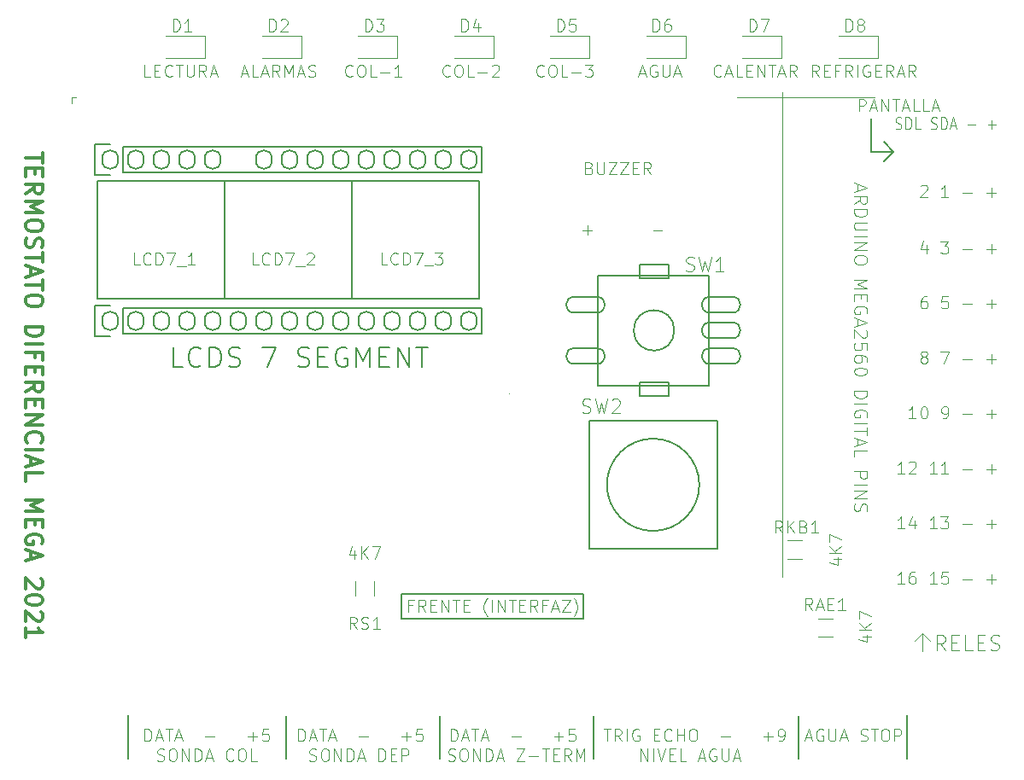
<source format=gbr>
%TF.GenerationSoftware,KiCad,Pcbnew,5.1.10*%
%TF.CreationDate,2021-09-04T21:06:35+02:00*%
%TF.ProjectId,Termostato-Diferencial-Mega,5465726d-6f73-4746-9174-6f2d44696665,rev?*%
%TF.SameCoordinates,PX9048090PY5896390*%
%TF.FileFunction,Legend,Top*%
%TF.FilePolarity,Positive*%
%FSLAX46Y46*%
G04 Gerber Fmt 4.6, Leading zero omitted, Abs format (unit mm)*
G04 Created by KiCad (PCBNEW 5.1.10) date 2021-09-04 21:06:35*
%MOMM*%
%LPD*%
G01*
G04 APERTURE LIST*
%ADD10C,0.100000*%
%ADD11C,0.050000*%
%ADD12C,0.010000*%
%ADD13C,0.150000*%
%ADD14C,0.300000*%
%ADD15C,0.200000*%
%ADD16C,0.120000*%
G04 APERTURE END LIST*
D10*
X39204571Y-18830857D02*
X38518857Y-18830857D01*
X38861714Y-18830857D02*
X38861714Y-17630857D01*
X38747428Y-17802285D01*
X38633142Y-17916571D01*
X38518857Y-17973714D01*
X40233142Y-17630857D02*
X40004571Y-17630857D01*
X39890285Y-17688000D01*
X39833142Y-17745142D01*
X39718857Y-17916571D01*
X39661714Y-18145142D01*
X39661714Y-18602285D01*
X39718857Y-18716571D01*
X39776000Y-18773714D01*
X39890285Y-18830857D01*
X40118857Y-18830857D01*
X40233142Y-18773714D01*
X40290285Y-18716571D01*
X40347428Y-18602285D01*
X40347428Y-18316571D01*
X40290285Y-18202285D01*
X40233142Y-18145142D01*
X40118857Y-18088000D01*
X39890285Y-18088000D01*
X39776000Y-18145142D01*
X39718857Y-18202285D01*
X39661714Y-18316571D01*
X42404571Y-18830857D02*
X41718857Y-18830857D01*
X42061714Y-18830857D02*
X42061714Y-17630857D01*
X41947428Y-17802285D01*
X41833142Y-17916571D01*
X41718857Y-17973714D01*
X43490285Y-17630857D02*
X42918857Y-17630857D01*
X42861714Y-18202285D01*
X42918857Y-18145142D01*
X43033142Y-18088000D01*
X43318857Y-18088000D01*
X43433142Y-18145142D01*
X43490285Y-18202285D01*
X43547428Y-18316571D01*
X43547428Y-18602285D01*
X43490285Y-18716571D01*
X43433142Y-18773714D01*
X43318857Y-18830857D01*
X43033142Y-18830857D01*
X42918857Y-18773714D01*
X42861714Y-18716571D01*
X44976000Y-18373714D02*
X45890285Y-18373714D01*
X47376000Y-18373714D02*
X48290285Y-18373714D01*
X47833142Y-18830857D02*
X47833142Y-17916571D01*
X39204571Y-13369857D02*
X38518857Y-13369857D01*
X38861714Y-13369857D02*
X38861714Y-12169857D01*
X38747428Y-12341285D01*
X38633142Y-12455571D01*
X38518857Y-12512714D01*
X40233142Y-12569857D02*
X40233142Y-13369857D01*
X39947428Y-12112714D02*
X39661714Y-12969857D01*
X40404571Y-12969857D01*
X42404571Y-13369857D02*
X41718857Y-13369857D01*
X42061714Y-13369857D02*
X42061714Y-12169857D01*
X41947428Y-12341285D01*
X41833142Y-12455571D01*
X41718857Y-12512714D01*
X42804571Y-12169857D02*
X43547428Y-12169857D01*
X43147428Y-12627000D01*
X43318857Y-12627000D01*
X43433142Y-12684142D01*
X43490285Y-12741285D01*
X43547428Y-12855571D01*
X43547428Y-13141285D01*
X43490285Y-13255571D01*
X43433142Y-13312714D01*
X43318857Y-13369857D01*
X42976000Y-13369857D01*
X42861714Y-13312714D01*
X42804571Y-13255571D01*
X44976000Y-12912714D02*
X45890285Y-12912714D01*
X47376000Y-12912714D02*
X48290285Y-12912714D01*
X47833142Y-13369857D02*
X47833142Y-12455571D01*
X40804571Y20608858D02*
X40861714Y20666000D01*
X40976000Y20723143D01*
X41261714Y20723143D01*
X41376000Y20666000D01*
X41433142Y20608858D01*
X41490285Y20494572D01*
X41490285Y20380286D01*
X41433142Y20208858D01*
X40747428Y19523143D01*
X41490285Y19523143D01*
X43547428Y19523143D02*
X42861714Y19523143D01*
X43204571Y19523143D02*
X43204571Y20723143D01*
X43090285Y20551715D01*
X42976000Y20437429D01*
X42861714Y20380286D01*
X44976000Y19980286D02*
X45890285Y19980286D01*
X47376000Y19980286D02*
X48290285Y19980286D01*
X47833142Y19523143D02*
X47833142Y20437429D01*
D11*
X-43300000Y29410000D02*
X-43300000Y28870000D01*
X-42900000Y29410000D02*
X-43300000Y29410000D01*
D12*
X27060000Y29900000D02*
X27060000Y-18140000D01*
X25680000Y29450000D02*
X35970000Y29450000D01*
X22580000Y29400000D02*
X36210000Y29400000D01*
D10*
X-5761858Y-34451857D02*
X-5761858Y-33251857D01*
X-5476143Y-33251857D01*
X-5304715Y-33309000D01*
X-5190429Y-33423285D01*
X-5133286Y-33537571D01*
X-5076143Y-33766142D01*
X-5076143Y-33937571D01*
X-5133286Y-34166142D01*
X-5190429Y-34280428D01*
X-5304715Y-34394714D01*
X-5476143Y-34451857D01*
X-5761858Y-34451857D01*
X-4619000Y-34109000D02*
X-4047572Y-34109000D01*
X-4733286Y-34451857D02*
X-4333286Y-33251857D01*
X-3933286Y-34451857D01*
X-3704715Y-33251857D02*
X-3019000Y-33251857D01*
X-3361858Y-34451857D02*
X-3361858Y-33251857D01*
X-2676143Y-34109000D02*
X-2104715Y-34109000D01*
X-2790429Y-34451857D02*
X-2390429Y-33251857D01*
X-1990429Y-34451857D01*
X238142Y-33994714D02*
X1152428Y-33994714D01*
X4466714Y-33994714D02*
X5381000Y-33994714D01*
X4923857Y-34451857D02*
X4923857Y-33537571D01*
X6523857Y-33251857D02*
X5952428Y-33251857D01*
X5895285Y-33823285D01*
X5952428Y-33766142D01*
X6066714Y-33709000D01*
X6352428Y-33709000D01*
X6466714Y-33766142D01*
X6523857Y-33823285D01*
X6581000Y-33937571D01*
X6581000Y-34223285D01*
X6523857Y-34337571D01*
X6466714Y-34394714D01*
X6352428Y-34451857D01*
X6066714Y-34451857D01*
X5952428Y-34394714D01*
X5895285Y-34337571D01*
X-20874858Y-34451857D02*
X-20874858Y-33251857D01*
X-20589143Y-33251857D01*
X-20417715Y-33309000D01*
X-20303429Y-33423285D01*
X-20246286Y-33537571D01*
X-20189143Y-33766142D01*
X-20189143Y-33937571D01*
X-20246286Y-34166142D01*
X-20303429Y-34280428D01*
X-20417715Y-34394714D01*
X-20589143Y-34451857D01*
X-20874858Y-34451857D01*
X-19732000Y-34109000D02*
X-19160572Y-34109000D01*
X-19846286Y-34451857D02*
X-19446286Y-33251857D01*
X-19046286Y-34451857D01*
X-18817715Y-33251857D02*
X-18132000Y-33251857D01*
X-18474858Y-34451857D02*
X-18474858Y-33251857D01*
X-17789143Y-34109000D02*
X-17217715Y-34109000D01*
X-17903429Y-34451857D02*
X-17503429Y-33251857D01*
X-17103429Y-34451857D01*
X-14874858Y-33994714D02*
X-13960572Y-33994714D01*
X-10646286Y-33994714D02*
X-9732000Y-33994714D01*
X-10189143Y-34451857D02*
X-10189143Y-33537571D01*
X-8589143Y-33251857D02*
X-9160572Y-33251857D01*
X-9217715Y-33823285D01*
X-9160572Y-33766142D01*
X-9046286Y-33709000D01*
X-8760572Y-33709000D01*
X-8646286Y-33766142D01*
X-8589143Y-33823285D01*
X-8532000Y-33937571D01*
X-8532000Y-34223285D01*
X-8589143Y-34337571D01*
X-8646286Y-34394714D01*
X-8760572Y-34451857D01*
X-9046286Y-34451857D01*
X-9160572Y-34394714D01*
X-9217715Y-34337571D01*
D13*
X-32351810Y2651239D02*
X-33304191Y2651239D01*
X-33304191Y4651239D01*
X-30542286Y2841715D02*
X-30637524Y2746477D01*
X-30923239Y2651239D01*
X-31113715Y2651239D01*
X-31399429Y2746477D01*
X-31589905Y2936953D01*
X-31685143Y3127429D01*
X-31780381Y3508381D01*
X-31780381Y3794096D01*
X-31685143Y4175048D01*
X-31589905Y4365524D01*
X-31399429Y4556000D01*
X-31113715Y4651239D01*
X-30923239Y4651239D01*
X-30637524Y4556000D01*
X-30542286Y4460762D01*
X-29685143Y2651239D02*
X-29685143Y4651239D01*
X-29208953Y4651239D01*
X-28923239Y4556000D01*
X-28732762Y4365524D01*
X-28637524Y4175048D01*
X-28542286Y3794096D01*
X-28542286Y3508381D01*
X-28637524Y3127429D01*
X-28732762Y2936953D01*
X-28923239Y2746477D01*
X-29208953Y2651239D01*
X-29685143Y2651239D01*
X-27780381Y2746477D02*
X-27494667Y2651239D01*
X-27018477Y2651239D01*
X-26828000Y2746477D01*
X-26732762Y2841715D01*
X-26637524Y3032191D01*
X-26637524Y3222667D01*
X-26732762Y3413143D01*
X-26828000Y3508381D01*
X-27018477Y3603620D01*
X-27399429Y3698858D01*
X-27589905Y3794096D01*
X-27685143Y3889334D01*
X-27780381Y4079810D01*
X-27780381Y4270286D01*
X-27685143Y4460762D01*
X-27589905Y4556000D01*
X-27399429Y4651239D01*
X-26923239Y4651239D01*
X-26637524Y4556000D01*
X-24447048Y4651239D02*
X-23113715Y4651239D01*
X-23970858Y2651239D01*
X-20923239Y2746477D02*
X-20637524Y2651239D01*
X-20161334Y2651239D01*
X-19970858Y2746477D01*
X-19875620Y2841715D01*
X-19780381Y3032191D01*
X-19780381Y3222667D01*
X-19875620Y3413143D01*
X-19970858Y3508381D01*
X-20161334Y3603620D01*
X-20542286Y3698858D01*
X-20732762Y3794096D01*
X-20828000Y3889334D01*
X-20923239Y4079810D01*
X-20923239Y4270286D01*
X-20828000Y4460762D01*
X-20732762Y4556000D01*
X-20542286Y4651239D01*
X-20066096Y4651239D01*
X-19780381Y4556000D01*
X-18923239Y3698858D02*
X-18256572Y3698858D01*
X-17970858Y2651239D02*
X-18923239Y2651239D01*
X-18923239Y4651239D01*
X-17970858Y4651239D01*
X-16066096Y4556000D02*
X-16256572Y4651239D01*
X-16542286Y4651239D01*
X-16828000Y4556000D01*
X-17018477Y4365524D01*
X-17113715Y4175048D01*
X-17208953Y3794096D01*
X-17208953Y3508381D01*
X-17113715Y3127429D01*
X-17018477Y2936953D01*
X-16828000Y2746477D01*
X-16542286Y2651239D01*
X-16351810Y2651239D01*
X-16066096Y2746477D01*
X-15970858Y2841715D01*
X-15970858Y3508381D01*
X-16351810Y3508381D01*
X-15113715Y2651239D02*
X-15113715Y4651239D01*
X-14447048Y3222667D01*
X-13780381Y4651239D01*
X-13780381Y2651239D01*
X-12828000Y3698858D02*
X-12161334Y3698858D01*
X-11875620Y2651239D02*
X-12828000Y2651239D01*
X-12828000Y4651239D01*
X-11875620Y4651239D01*
X-11018477Y2651239D02*
X-11018477Y4651239D01*
X-9875620Y2651239D01*
X-9875620Y4651239D01*
X-9208953Y4651239D02*
X-8066096Y4651239D01*
X-8637524Y2651239D02*
X-8637524Y4651239D01*
D10*
X34581333Y20791048D02*
X34581333Y20172000D01*
X34209904Y20914858D02*
X35509904Y20481524D01*
X34209904Y20048191D01*
X34209904Y18872000D02*
X34828952Y19305334D01*
X34209904Y19614858D02*
X35509904Y19614858D01*
X35509904Y19119620D01*
X35448000Y18995810D01*
X35386095Y18933905D01*
X35262285Y18872000D01*
X35076571Y18872000D01*
X34952761Y18933905D01*
X34890857Y18995810D01*
X34828952Y19119620D01*
X34828952Y19614858D01*
X34209904Y18314858D02*
X35509904Y18314858D01*
X35509904Y18005334D01*
X35448000Y17819620D01*
X35324190Y17695810D01*
X35200380Y17633905D01*
X34952761Y17572000D01*
X34767047Y17572000D01*
X34519428Y17633905D01*
X34395619Y17695810D01*
X34271809Y17819620D01*
X34209904Y18005334D01*
X34209904Y18314858D01*
X35509904Y17014858D02*
X34457523Y17014858D01*
X34333714Y16952953D01*
X34271809Y16891048D01*
X34209904Y16767239D01*
X34209904Y16519620D01*
X34271809Y16395810D01*
X34333714Y16333905D01*
X34457523Y16272000D01*
X35509904Y16272000D01*
X34209904Y15652953D02*
X35509904Y15652953D01*
X34209904Y15033905D02*
X35509904Y15033905D01*
X34209904Y14291048D01*
X35509904Y14291048D01*
X35509904Y13424381D02*
X35509904Y13176762D01*
X35448000Y13052953D01*
X35324190Y12929143D01*
X35076571Y12867239D01*
X34643238Y12867239D01*
X34395619Y12929143D01*
X34271809Y13052953D01*
X34209904Y13176762D01*
X34209904Y13424381D01*
X34271809Y13548191D01*
X34395619Y13672000D01*
X34643238Y13733905D01*
X35076571Y13733905D01*
X35324190Y13672000D01*
X35448000Y13548191D01*
X35509904Y13424381D01*
X34209904Y11319620D02*
X35509904Y11319620D01*
X34581333Y10886286D01*
X35509904Y10452953D01*
X34209904Y10452953D01*
X34890857Y9833905D02*
X34890857Y9400572D01*
X34209904Y9214858D02*
X34209904Y9833905D01*
X35509904Y9833905D01*
X35509904Y9214858D01*
X35448000Y7976762D02*
X35509904Y8100572D01*
X35509904Y8286286D01*
X35448000Y8472000D01*
X35324190Y8595810D01*
X35200380Y8657715D01*
X34952761Y8719620D01*
X34767047Y8719620D01*
X34519428Y8657715D01*
X34395619Y8595810D01*
X34271809Y8472000D01*
X34209904Y8286286D01*
X34209904Y8162477D01*
X34271809Y7976762D01*
X34333714Y7914858D01*
X34767047Y7914858D01*
X34767047Y8162477D01*
X34581333Y7419620D02*
X34581333Y6800572D01*
X34209904Y7543429D02*
X35509904Y7110096D01*
X34209904Y6676762D01*
X35386095Y6305334D02*
X35448000Y6243429D01*
X35509904Y6119620D01*
X35509904Y5810096D01*
X35448000Y5686286D01*
X35386095Y5624381D01*
X35262285Y5562477D01*
X35138476Y5562477D01*
X34952761Y5624381D01*
X34209904Y6367239D01*
X34209904Y5562477D01*
X35509904Y4386286D02*
X35509904Y5005334D01*
X34890857Y5067239D01*
X34952761Y5005334D01*
X35014666Y4881524D01*
X35014666Y4572000D01*
X34952761Y4448191D01*
X34890857Y4386286D01*
X34767047Y4324381D01*
X34457523Y4324381D01*
X34333714Y4386286D01*
X34271809Y4448191D01*
X34209904Y4572000D01*
X34209904Y4881524D01*
X34271809Y5005334D01*
X34333714Y5067239D01*
X35509904Y3210096D02*
X35509904Y3457715D01*
X35448000Y3581524D01*
X35386095Y3643429D01*
X35200380Y3767239D01*
X34952761Y3829143D01*
X34457523Y3829143D01*
X34333714Y3767239D01*
X34271809Y3705334D01*
X34209904Y3581524D01*
X34209904Y3333905D01*
X34271809Y3210096D01*
X34333714Y3148191D01*
X34457523Y3086286D01*
X34767047Y3086286D01*
X34890857Y3148191D01*
X34952761Y3210096D01*
X35014666Y3333905D01*
X35014666Y3581524D01*
X34952761Y3705334D01*
X34890857Y3767239D01*
X34767047Y3829143D01*
X35509904Y2281524D02*
X35509904Y2157715D01*
X35448000Y2033905D01*
X35386095Y1972000D01*
X35262285Y1910096D01*
X35014666Y1848191D01*
X34705142Y1848191D01*
X34457523Y1910096D01*
X34333714Y1972000D01*
X34271809Y2033905D01*
X34209904Y2157715D01*
X34209904Y2281524D01*
X34271809Y2405334D01*
X34333714Y2467239D01*
X34457523Y2529143D01*
X34705142Y2591048D01*
X35014666Y2591048D01*
X35262285Y2529143D01*
X35386095Y2467239D01*
X35448000Y2405334D01*
X35509904Y2281524D01*
X34209904Y300572D02*
X35509904Y300572D01*
X35509904Y-8952D01*
X35448000Y-194666D01*
X35324190Y-318476D01*
X35200380Y-380380D01*
X34952761Y-442285D01*
X34767047Y-442285D01*
X34519428Y-380380D01*
X34395619Y-318476D01*
X34271809Y-194666D01*
X34209904Y-8952D01*
X34209904Y300572D01*
X34209904Y-999428D02*
X35509904Y-999428D01*
X35448000Y-2299428D02*
X35509904Y-2175619D01*
X35509904Y-1989904D01*
X35448000Y-1804190D01*
X35324190Y-1680380D01*
X35200380Y-1618476D01*
X34952761Y-1556571D01*
X34767047Y-1556571D01*
X34519428Y-1618476D01*
X34395619Y-1680380D01*
X34271809Y-1804190D01*
X34209904Y-1989904D01*
X34209904Y-2113714D01*
X34271809Y-2299428D01*
X34333714Y-2361333D01*
X34767047Y-2361333D01*
X34767047Y-2113714D01*
X34209904Y-2918476D02*
X35509904Y-2918476D01*
X35509904Y-3351809D02*
X35509904Y-4094666D01*
X34209904Y-3723238D02*
X35509904Y-3723238D01*
X34581333Y-4466095D02*
X34581333Y-5085142D01*
X34209904Y-4342285D02*
X35509904Y-4775619D01*
X34209904Y-5208952D01*
X34209904Y-6261333D02*
X34209904Y-5642285D01*
X35509904Y-5642285D01*
X34209904Y-7685142D02*
X35509904Y-7685142D01*
X35509904Y-8180380D01*
X35448000Y-8304190D01*
X35386095Y-8366095D01*
X35262285Y-8428000D01*
X35076571Y-8428000D01*
X34952761Y-8366095D01*
X34890857Y-8304190D01*
X34828952Y-8180380D01*
X34828952Y-7685142D01*
X34209904Y-8985142D02*
X35509904Y-8985142D01*
X34209904Y-9604190D02*
X35509904Y-9604190D01*
X34209904Y-10347047D01*
X35509904Y-10347047D01*
X34271809Y-10904190D02*
X34209904Y-11089904D01*
X34209904Y-11399428D01*
X34271809Y-11523238D01*
X34333714Y-11585142D01*
X34457523Y-11647047D01*
X34581333Y-11647047D01*
X34705142Y-11585142D01*
X34767047Y-11523238D01*
X34828952Y-11399428D01*
X34890857Y-11151809D01*
X34952761Y-11028000D01*
X35014666Y-10966095D01*
X35138476Y-10904190D01*
X35262285Y-10904190D01*
X35386095Y-10966095D01*
X35448000Y-11028000D01*
X35509904Y-11151809D01*
X35509904Y-11461333D01*
X35448000Y-11647047D01*
X41021000Y-23749000D02*
X41783000Y-24511000D01*
X41021000Y-23749000D02*
X40259000Y-24511000D01*
X41021000Y-25527000D02*
X41021000Y-23749000D01*
D13*
X-2921400Y21091800D02*
X-40792800Y21091800D01*
X-40792800Y9407800D02*
X-2921400Y9407800D01*
D10*
X7951428Y22415715D02*
X8122857Y22358572D01*
X8180000Y22301429D01*
X8237142Y22187143D01*
X8237142Y22015715D01*
X8180000Y21901429D01*
X8122857Y21844286D01*
X8008571Y21787143D01*
X7551428Y21787143D01*
X7551428Y22987143D01*
X7951428Y22987143D01*
X8065714Y22930000D01*
X8122857Y22872858D01*
X8180000Y22758572D01*
X8180000Y22644286D01*
X8122857Y22530000D01*
X8065714Y22472858D01*
X7951428Y22415715D01*
X7551428Y22415715D01*
X8751428Y22987143D02*
X8751428Y22015715D01*
X8808571Y21901429D01*
X8865714Y21844286D01*
X8980000Y21787143D01*
X9208571Y21787143D01*
X9322857Y21844286D01*
X9380000Y21901429D01*
X9437142Y22015715D01*
X9437142Y22987143D01*
X9894285Y22987143D02*
X10694285Y22987143D01*
X9894285Y21787143D01*
X10694285Y21787143D01*
X11037142Y22987143D02*
X11837142Y22987143D01*
X11037142Y21787143D01*
X11837142Y21787143D01*
X12294285Y22415715D02*
X12694285Y22415715D01*
X12865714Y21787143D02*
X12294285Y21787143D01*
X12294285Y22987143D01*
X12865714Y22987143D01*
X14065714Y21787143D02*
X13665714Y22358572D01*
X13380000Y21787143D02*
X13380000Y22987143D01*
X13837142Y22987143D01*
X13951428Y22930000D01*
X14008571Y22872858D01*
X14065714Y22758572D01*
X14065714Y22587143D01*
X14008571Y22472858D01*
X13951428Y22415715D01*
X13837142Y22358572D01*
X13380000Y22358572D01*
D13*
X38100000Y24003000D02*
X37211000Y23114000D01*
X38100000Y24003000D02*
X37211000Y25019000D01*
X35941000Y24003000D02*
X38100000Y24003000D01*
X35941000Y24003000D02*
X35941000Y27305000D01*
X-2921400Y9407800D02*
X-2921400Y21091800D01*
X-15545200Y21091800D02*
X-15545200Y9407800D01*
X-15570600Y9407800D02*
X-15570600Y21091800D01*
X-28194400Y21091800D02*
X-28194400Y9407800D01*
X-28169000Y9407800D02*
X-28169000Y21091800D01*
D10*
X-12071572Y12821143D02*
X-12643000Y12821143D01*
X-12643000Y14021143D01*
X-10985858Y12935429D02*
X-11043000Y12878286D01*
X-11214429Y12821143D01*
X-11328715Y12821143D01*
X-11500143Y12878286D01*
X-11614429Y12992572D01*
X-11671572Y13106858D01*
X-11728715Y13335429D01*
X-11728715Y13506858D01*
X-11671572Y13735429D01*
X-11614429Y13849715D01*
X-11500143Y13964000D01*
X-11328715Y14021143D01*
X-11214429Y14021143D01*
X-11043000Y13964000D01*
X-10985858Y13906858D01*
X-10471572Y12821143D02*
X-10471572Y14021143D01*
X-10185858Y14021143D01*
X-10014429Y13964000D01*
X-9900143Y13849715D01*
X-9843000Y13735429D01*
X-9785858Y13506858D01*
X-9785858Y13335429D01*
X-9843000Y13106858D01*
X-9900143Y12992572D01*
X-10014429Y12878286D01*
X-10185858Y12821143D01*
X-10471572Y12821143D01*
X-9385858Y14021143D02*
X-8585858Y14021143D01*
X-9100143Y12821143D01*
X-8414429Y12706858D02*
X-7500143Y12706858D01*
X-7328715Y14021143D02*
X-6585858Y14021143D01*
X-6985858Y13564000D01*
X-6814429Y13564000D01*
X-6700143Y13506858D01*
X-6643000Y13449715D01*
X-6585858Y13335429D01*
X-6585858Y13049715D01*
X-6643000Y12935429D01*
X-6700143Y12878286D01*
X-6814429Y12821143D01*
X-7157286Y12821143D01*
X-7271572Y12878286D01*
X-7328715Y12935429D01*
X-24824572Y12787143D02*
X-25396000Y12787143D01*
X-25396000Y13987143D01*
X-23738858Y12901429D02*
X-23796000Y12844286D01*
X-23967429Y12787143D01*
X-24081715Y12787143D01*
X-24253143Y12844286D01*
X-24367429Y12958572D01*
X-24424572Y13072858D01*
X-24481715Y13301429D01*
X-24481715Y13472858D01*
X-24424572Y13701429D01*
X-24367429Y13815715D01*
X-24253143Y13930000D01*
X-24081715Y13987143D01*
X-23967429Y13987143D01*
X-23796000Y13930000D01*
X-23738858Y13872858D01*
X-23224572Y12787143D02*
X-23224572Y13987143D01*
X-22938858Y13987143D01*
X-22767429Y13930000D01*
X-22653143Y13815715D01*
X-22596000Y13701429D01*
X-22538858Y13472858D01*
X-22538858Y13301429D01*
X-22596000Y13072858D01*
X-22653143Y12958572D01*
X-22767429Y12844286D01*
X-22938858Y12787143D01*
X-23224572Y12787143D01*
X-22138858Y13987143D02*
X-21338858Y13987143D01*
X-21853143Y12787143D01*
X-21167429Y12672858D02*
X-20253143Y12672858D01*
X-20024572Y13872858D02*
X-19967429Y13930000D01*
X-19853143Y13987143D01*
X-19567429Y13987143D01*
X-19453143Y13930000D01*
X-19396000Y13872858D01*
X-19338858Y13758572D01*
X-19338858Y13644286D01*
X-19396000Y13472858D01*
X-20081715Y12787143D01*
X-19338858Y12787143D01*
X39204571Y-7908857D02*
X38518857Y-7908857D01*
X38861714Y-7908857D02*
X38861714Y-6708857D01*
X38747428Y-6880285D01*
X38633142Y-6994571D01*
X38518857Y-7051714D01*
X39661714Y-6823142D02*
X39718857Y-6766000D01*
X39833142Y-6708857D01*
X40118857Y-6708857D01*
X40233142Y-6766000D01*
X40290285Y-6823142D01*
X40347428Y-6937428D01*
X40347428Y-7051714D01*
X40290285Y-7223142D01*
X39604571Y-7908857D01*
X40347428Y-7908857D01*
X42404571Y-7908857D02*
X41718857Y-7908857D01*
X42061714Y-7908857D02*
X42061714Y-6708857D01*
X41947428Y-6880285D01*
X41833142Y-6994571D01*
X41718857Y-7051714D01*
X43547428Y-7908857D02*
X42861714Y-7908857D01*
X43204571Y-7908857D02*
X43204571Y-6708857D01*
X43090285Y-6880285D01*
X42976000Y-6994571D01*
X42861714Y-7051714D01*
X44976000Y-7451714D02*
X45890285Y-7451714D01*
X47376000Y-7451714D02*
X48290285Y-7451714D01*
X47833142Y-7908857D02*
X47833142Y-6994571D01*
X40347428Y-2447857D02*
X39661714Y-2447857D01*
X40004571Y-2447857D02*
X40004571Y-1247857D01*
X39890285Y-1419285D01*
X39776000Y-1533571D01*
X39661714Y-1590714D01*
X41090285Y-1247857D02*
X41204571Y-1247857D01*
X41318857Y-1305000D01*
X41376000Y-1362142D01*
X41433142Y-1476428D01*
X41490285Y-1705000D01*
X41490285Y-1990714D01*
X41433142Y-2219285D01*
X41376000Y-2333571D01*
X41318857Y-2390714D01*
X41204571Y-2447857D01*
X41090285Y-2447857D01*
X40976000Y-2390714D01*
X40918857Y-2333571D01*
X40861714Y-2219285D01*
X40804571Y-1990714D01*
X40804571Y-1705000D01*
X40861714Y-1476428D01*
X40918857Y-1362142D01*
X40976000Y-1305000D01*
X41090285Y-1247857D01*
X42976000Y-2447857D02*
X43204571Y-2447857D01*
X43318857Y-2390714D01*
X43376000Y-2333571D01*
X43490285Y-2162142D01*
X43547428Y-1933571D01*
X43547428Y-1476428D01*
X43490285Y-1362142D01*
X43433142Y-1305000D01*
X43318857Y-1247857D01*
X43090285Y-1247857D01*
X42976000Y-1305000D01*
X42918857Y-1362142D01*
X42861714Y-1476428D01*
X42861714Y-1762142D01*
X42918857Y-1876428D01*
X42976000Y-1933571D01*
X43090285Y-1990714D01*
X43318857Y-1990714D01*
X43433142Y-1933571D01*
X43490285Y-1876428D01*
X43547428Y-1762142D01*
X44976000Y-1990714D02*
X45890285Y-1990714D01*
X47376000Y-1990714D02*
X48290285Y-1990714D01*
X47833142Y-2447857D02*
X47833142Y-1533571D01*
X41033142Y3698858D02*
X40918857Y3756000D01*
X40861714Y3813143D01*
X40804571Y3927429D01*
X40804571Y3984572D01*
X40861714Y4098858D01*
X40918857Y4156000D01*
X41033142Y4213143D01*
X41261714Y4213143D01*
X41376000Y4156000D01*
X41433142Y4098858D01*
X41490285Y3984572D01*
X41490285Y3927429D01*
X41433142Y3813143D01*
X41376000Y3756000D01*
X41261714Y3698858D01*
X41033142Y3698858D01*
X40918857Y3641715D01*
X40861714Y3584572D01*
X40804571Y3470286D01*
X40804571Y3241715D01*
X40861714Y3127429D01*
X40918857Y3070286D01*
X41033142Y3013143D01*
X41261714Y3013143D01*
X41376000Y3070286D01*
X41433142Y3127429D01*
X41490285Y3241715D01*
X41490285Y3470286D01*
X41433142Y3584572D01*
X41376000Y3641715D01*
X41261714Y3698858D01*
X42804571Y4213143D02*
X43604571Y4213143D01*
X43090285Y3013143D01*
X44976000Y3470286D02*
X45890285Y3470286D01*
X47376000Y3470286D02*
X48290285Y3470286D01*
X47833142Y3013143D02*
X47833142Y3927429D01*
X41376000Y9674143D02*
X41147428Y9674143D01*
X41033142Y9617000D01*
X40976000Y9559858D01*
X40861714Y9388429D01*
X40804571Y9159858D01*
X40804571Y8702715D01*
X40861714Y8588429D01*
X40918857Y8531286D01*
X41033142Y8474143D01*
X41261714Y8474143D01*
X41376000Y8531286D01*
X41433142Y8588429D01*
X41490285Y8702715D01*
X41490285Y8988429D01*
X41433142Y9102715D01*
X41376000Y9159858D01*
X41261714Y9217000D01*
X41033142Y9217000D01*
X40918857Y9159858D01*
X40861714Y9102715D01*
X40804571Y8988429D01*
X43490285Y9674143D02*
X42918857Y9674143D01*
X42861714Y9102715D01*
X42918857Y9159858D01*
X43033142Y9217000D01*
X43318857Y9217000D01*
X43433142Y9159858D01*
X43490285Y9102715D01*
X43547428Y8988429D01*
X43547428Y8702715D01*
X43490285Y8588429D01*
X43433142Y8531286D01*
X43318857Y8474143D01*
X43033142Y8474143D01*
X42918857Y8531286D01*
X42861714Y8588429D01*
X44976000Y8931286D02*
X45890285Y8931286D01*
X47376000Y8931286D02*
X48290285Y8931286D01*
X47833142Y8474143D02*
X47833142Y9388429D01*
X41376000Y14735143D02*
X41376000Y13935143D01*
X41090285Y15192286D02*
X40804571Y14335143D01*
X41547428Y14335143D01*
X42804571Y15135143D02*
X43547428Y15135143D01*
X43147428Y14678000D01*
X43318857Y14678000D01*
X43433142Y14620858D01*
X43490285Y14563715D01*
X43547428Y14449429D01*
X43547428Y14163715D01*
X43490285Y14049429D01*
X43433142Y13992286D01*
X43318857Y13935143D01*
X42976000Y13935143D01*
X42861714Y13992286D01*
X42804571Y14049429D01*
X44976000Y14392286D02*
X45890285Y14392286D01*
X47376000Y14392286D02*
X48290285Y14392286D01*
X47833142Y13935143D02*
X47833142Y14849429D01*
X43251714Y-25443571D02*
X42751714Y-24729285D01*
X42394571Y-25443571D02*
X42394571Y-23943571D01*
X42966000Y-23943571D01*
X43108857Y-24015000D01*
X43180285Y-24086428D01*
X43251714Y-24229285D01*
X43251714Y-24443571D01*
X43180285Y-24586428D01*
X43108857Y-24657857D01*
X42966000Y-24729285D01*
X42394571Y-24729285D01*
X43894571Y-24657857D02*
X44394571Y-24657857D01*
X44608857Y-25443571D02*
X43894571Y-25443571D01*
X43894571Y-23943571D01*
X44608857Y-23943571D01*
X45966000Y-25443571D02*
X45251714Y-25443571D01*
X45251714Y-23943571D01*
X46466000Y-24657857D02*
X46966000Y-24657857D01*
X47180285Y-25443571D02*
X46466000Y-25443571D01*
X46466000Y-23943571D01*
X47180285Y-23943571D01*
X47751714Y-25372142D02*
X47966000Y-25443571D01*
X48323142Y-25443571D01*
X48466000Y-25372142D01*
X48537428Y-25300714D01*
X48608857Y-25157857D01*
X48608857Y-25015000D01*
X48537428Y-24872142D01*
X48466000Y-24800714D01*
X48323142Y-24729285D01*
X48037428Y-24657857D01*
X47894571Y-24586428D01*
X47823142Y-24515000D01*
X47751714Y-24372142D01*
X47751714Y-24229285D01*
X47823142Y-24086428D01*
X47894571Y-24015000D01*
X48037428Y-23943571D01*
X48394571Y-23943571D01*
X48608857Y-24015000D01*
X34693714Y28032143D02*
X34693714Y29232143D01*
X35150857Y29232143D01*
X35265142Y29175000D01*
X35322285Y29117858D01*
X35379428Y29003572D01*
X35379428Y28832143D01*
X35322285Y28717858D01*
X35265142Y28660715D01*
X35150857Y28603572D01*
X34693714Y28603572D01*
X35836571Y28375000D02*
X36408000Y28375000D01*
X35722285Y28032143D02*
X36122285Y29232143D01*
X36522285Y28032143D01*
X36922285Y28032143D02*
X36922285Y29232143D01*
X37608000Y28032143D01*
X37608000Y29232143D01*
X38008000Y29232143D02*
X38693714Y29232143D01*
X38350857Y28032143D02*
X38350857Y29232143D01*
X39036571Y28375000D02*
X39608000Y28375000D01*
X38922285Y28032143D02*
X39322285Y29232143D01*
X39722285Y28032143D01*
X40693714Y28032143D02*
X40122285Y28032143D01*
X40122285Y29232143D01*
X41665142Y28032143D02*
X41093714Y28032143D01*
X41093714Y29232143D01*
X42008000Y28375000D02*
X42579428Y28375000D01*
X41893714Y28032143D02*
X42293714Y29232143D01*
X42693714Y28032143D01*
X38330809Y26311286D02*
X38473666Y26254143D01*
X38711761Y26254143D01*
X38807000Y26311286D01*
X38854619Y26368429D01*
X38902238Y26482715D01*
X38902238Y26597000D01*
X38854619Y26711286D01*
X38807000Y26768429D01*
X38711761Y26825572D01*
X38521285Y26882715D01*
X38426047Y26939858D01*
X38378428Y26997000D01*
X38330809Y27111286D01*
X38330809Y27225572D01*
X38378428Y27339858D01*
X38426047Y27397000D01*
X38521285Y27454143D01*
X38759380Y27454143D01*
X38902238Y27397000D01*
X39330809Y26254143D02*
X39330809Y27454143D01*
X39568904Y27454143D01*
X39711761Y27397000D01*
X39807000Y27282715D01*
X39854619Y27168429D01*
X39902238Y26939858D01*
X39902238Y26768429D01*
X39854619Y26539858D01*
X39807000Y26425572D01*
X39711761Y26311286D01*
X39568904Y26254143D01*
X39330809Y26254143D01*
X40807000Y26254143D02*
X40330809Y26254143D01*
X40330809Y27454143D01*
X41854619Y26311286D02*
X41997476Y26254143D01*
X42235571Y26254143D01*
X42330809Y26311286D01*
X42378428Y26368429D01*
X42426047Y26482715D01*
X42426047Y26597000D01*
X42378428Y26711286D01*
X42330809Y26768429D01*
X42235571Y26825572D01*
X42045095Y26882715D01*
X41949857Y26939858D01*
X41902238Y26997000D01*
X41854619Y27111286D01*
X41854619Y27225572D01*
X41902238Y27339858D01*
X41949857Y27397000D01*
X42045095Y27454143D01*
X42283190Y27454143D01*
X42426047Y27397000D01*
X42854619Y26254143D02*
X42854619Y27454143D01*
X43092714Y27454143D01*
X43235571Y27397000D01*
X43330809Y27282715D01*
X43378428Y27168429D01*
X43426047Y26939858D01*
X43426047Y26768429D01*
X43378428Y26539858D01*
X43330809Y26425572D01*
X43235571Y26311286D01*
X43092714Y26254143D01*
X42854619Y26254143D01*
X43807000Y26597000D02*
X44283190Y26597000D01*
X43711761Y26254143D02*
X44045095Y27454143D01*
X44378428Y26254143D01*
X45473666Y26711286D02*
X46235571Y26711286D01*
X47473666Y26711286D02*
X48235571Y26711286D01*
X47854619Y26254143D02*
X47854619Y27168429D01*
X50000Y0D02*
G75*
G03*
X50000Y0I-50000J0D01*
G01*
X7307142Y16234286D02*
X8221428Y16234286D01*
X7764285Y15777143D02*
X7764285Y16691429D01*
X14278571Y16234286D02*
X15192857Y16234286D01*
D13*
X-40792800Y21091800D02*
X-40792800Y9407800D01*
D14*
X-46186048Y23900096D02*
X-46186048Y22928667D01*
X-47886048Y23414381D02*
X-46186048Y23414381D01*
X-46995572Y22362000D02*
X-46995572Y21795334D01*
X-47886048Y21552477D02*
X-47886048Y22362000D01*
X-46186048Y22362000D01*
X-46186048Y21552477D01*
X-47886048Y19852477D02*
X-47076524Y20419143D01*
X-47886048Y20823905D02*
X-46186048Y20823905D01*
X-46186048Y20176286D01*
X-46267000Y20014381D01*
X-46347953Y19933429D01*
X-46509858Y19852477D01*
X-46752715Y19852477D01*
X-46914620Y19933429D01*
X-46995572Y20014381D01*
X-47076524Y20176286D01*
X-47076524Y20823905D01*
X-47886048Y19123905D02*
X-46186048Y19123905D01*
X-47400334Y18557239D01*
X-46186048Y17990572D01*
X-47886048Y17990572D01*
X-46186048Y16857239D02*
X-46186048Y16533429D01*
X-46267000Y16371524D01*
X-46428905Y16209620D01*
X-46752715Y16128667D01*
X-47319381Y16128667D01*
X-47643191Y16209620D01*
X-47805096Y16371524D01*
X-47886048Y16533429D01*
X-47886048Y16857239D01*
X-47805096Y17019143D01*
X-47643191Y17181048D01*
X-47319381Y17262000D01*
X-46752715Y17262000D01*
X-46428905Y17181048D01*
X-46267000Y17019143D01*
X-46186048Y16857239D01*
X-47805096Y15481048D02*
X-47886048Y15238191D01*
X-47886048Y14833429D01*
X-47805096Y14671524D01*
X-47724143Y14590572D01*
X-47562239Y14509620D01*
X-47400334Y14509620D01*
X-47238429Y14590572D01*
X-47157477Y14671524D01*
X-47076524Y14833429D01*
X-46995572Y15157239D01*
X-46914620Y15319143D01*
X-46833667Y15400096D01*
X-46671762Y15481048D01*
X-46509858Y15481048D01*
X-46347953Y15400096D01*
X-46267000Y15319143D01*
X-46186048Y15157239D01*
X-46186048Y14752477D01*
X-46267000Y14509620D01*
X-46186048Y14023905D02*
X-46186048Y13052477D01*
X-47886048Y13538191D02*
X-46186048Y13538191D01*
X-47400334Y12566762D02*
X-47400334Y11757239D01*
X-47886048Y12728667D02*
X-46186048Y12162000D01*
X-47886048Y11595334D01*
X-46186048Y11271524D02*
X-46186048Y10300096D01*
X-47886048Y10785810D02*
X-46186048Y10785810D01*
X-46186048Y9409620D02*
X-46186048Y9085810D01*
X-46267000Y8923905D01*
X-46428905Y8762000D01*
X-46752715Y8681048D01*
X-47319381Y8681048D01*
X-47643191Y8762000D01*
X-47805096Y8923905D01*
X-47886048Y9085810D01*
X-47886048Y9409620D01*
X-47805096Y9571524D01*
X-47643191Y9733429D01*
X-47319381Y9814381D01*
X-46752715Y9814381D01*
X-46428905Y9733429D01*
X-46267000Y9571524D01*
X-46186048Y9409620D01*
X-47886048Y6657239D02*
X-46186048Y6657239D01*
X-46186048Y6252477D01*
X-46267000Y6009620D01*
X-46428905Y5847715D01*
X-46590810Y5766762D01*
X-46914620Y5685810D01*
X-47157477Y5685810D01*
X-47481286Y5766762D01*
X-47643191Y5847715D01*
X-47805096Y6009620D01*
X-47886048Y6252477D01*
X-47886048Y6657239D01*
X-47886048Y4957239D02*
X-46186048Y4957239D01*
X-46995572Y3581048D02*
X-46995572Y4147715D01*
X-47886048Y4147715D02*
X-46186048Y4147715D01*
X-46186048Y3338191D01*
X-46995572Y2690572D02*
X-46995572Y2123905D01*
X-47886048Y1881048D02*
X-47886048Y2690572D01*
X-46186048Y2690572D01*
X-46186048Y1881048D01*
X-47886048Y181048D02*
X-47076524Y747715D01*
X-47886048Y1152477D02*
X-46186048Y1152477D01*
X-46186048Y504858D01*
X-46267000Y342953D01*
X-46347953Y262000D01*
X-46509858Y181048D01*
X-46752715Y181048D01*
X-46914620Y262000D01*
X-46995572Y342953D01*
X-47076524Y504858D01*
X-47076524Y1152477D01*
X-46995572Y-547523D02*
X-46995572Y-1114190D01*
X-47886048Y-1357047D02*
X-47886048Y-547523D01*
X-46186048Y-547523D01*
X-46186048Y-1357047D01*
X-47886048Y-2085619D02*
X-46186048Y-2085619D01*
X-47886048Y-3057047D01*
X-46186048Y-3057047D01*
X-47724143Y-4838000D02*
X-47805096Y-4757047D01*
X-47886048Y-4514190D01*
X-47886048Y-4352285D01*
X-47805096Y-4109428D01*
X-47643191Y-3947523D01*
X-47481286Y-3866571D01*
X-47157477Y-3785619D01*
X-46914620Y-3785619D01*
X-46590810Y-3866571D01*
X-46428905Y-3947523D01*
X-46267000Y-4109428D01*
X-46186048Y-4352285D01*
X-46186048Y-4514190D01*
X-46267000Y-4757047D01*
X-46347953Y-4838000D01*
X-47886048Y-5566571D02*
X-46186048Y-5566571D01*
X-47400334Y-6295142D02*
X-47400334Y-7104666D01*
X-47886048Y-6133238D02*
X-46186048Y-6699904D01*
X-47886048Y-7266571D01*
X-47886048Y-8642761D02*
X-47886048Y-7833238D01*
X-46186048Y-7833238D01*
X-47886048Y-10504666D02*
X-46186048Y-10504666D01*
X-47400334Y-11071333D01*
X-46186048Y-11638000D01*
X-47886048Y-11638000D01*
X-46995572Y-12447523D02*
X-46995572Y-13014190D01*
X-47886048Y-13257047D02*
X-47886048Y-12447523D01*
X-46186048Y-12447523D01*
X-46186048Y-13257047D01*
X-46267000Y-14876095D02*
X-46186048Y-14714190D01*
X-46186048Y-14471333D01*
X-46267000Y-14228476D01*
X-46428905Y-14066571D01*
X-46590810Y-13985619D01*
X-46914620Y-13904666D01*
X-47157477Y-13904666D01*
X-47481286Y-13985619D01*
X-47643191Y-14066571D01*
X-47805096Y-14228476D01*
X-47886048Y-14471333D01*
X-47886048Y-14633238D01*
X-47805096Y-14876095D01*
X-47724143Y-14957047D01*
X-47157477Y-14957047D01*
X-47157477Y-14633238D01*
X-47400334Y-15604666D02*
X-47400334Y-16414190D01*
X-47886048Y-15442761D02*
X-46186048Y-16009428D01*
X-47886048Y-16576095D01*
X-46347953Y-18357047D02*
X-46267000Y-18438000D01*
X-46186048Y-18599904D01*
X-46186048Y-19004666D01*
X-46267000Y-19166571D01*
X-46347953Y-19247523D01*
X-46509858Y-19328476D01*
X-46671762Y-19328476D01*
X-46914620Y-19247523D01*
X-47886048Y-18276095D01*
X-47886048Y-19328476D01*
X-46186048Y-20380857D02*
X-46186048Y-20542761D01*
X-46267000Y-20704666D01*
X-46347953Y-20785619D01*
X-46509858Y-20866571D01*
X-46833667Y-20947523D01*
X-47238429Y-20947523D01*
X-47562239Y-20866571D01*
X-47724143Y-20785619D01*
X-47805096Y-20704666D01*
X-47886048Y-20542761D01*
X-47886048Y-20380857D01*
X-47805096Y-20218952D01*
X-47724143Y-20138000D01*
X-47562239Y-20057047D01*
X-47238429Y-19976095D01*
X-46833667Y-19976095D01*
X-46509858Y-20057047D01*
X-46347953Y-20138000D01*
X-46267000Y-20218952D01*
X-46186048Y-20380857D01*
X-46347953Y-21595142D02*
X-46267000Y-21676095D01*
X-46186048Y-21838000D01*
X-46186048Y-22242761D01*
X-46267000Y-22404666D01*
X-46347953Y-22485619D01*
X-46509858Y-22566571D01*
X-46671762Y-22566571D01*
X-46914620Y-22485619D01*
X-47886048Y-21514190D01*
X-47886048Y-22566571D01*
X-47886048Y-24185619D02*
X-47886048Y-23214190D01*
X-47886048Y-23699904D02*
X-46186048Y-23699904D01*
X-46428905Y-23538000D01*
X-46590810Y-23376095D01*
X-46671762Y-23214190D01*
D15*
X39497000Y-36195000D02*
X39498000Y-31875000D01*
X28710200Y-36192800D02*
X28710200Y-31922800D01*
X8400200Y-36212800D02*
X8400200Y-31932800D01*
X-6859800Y-36212800D02*
X-6859800Y-31942800D01*
X-22109800Y-36212800D02*
X-22109800Y-31962800D01*
D13*
X-10699000Y-19847600D02*
X-10699000Y-22267600D01*
X7335000Y-22284200D02*
X-10699000Y-22267600D01*
X7335000Y-19864200D02*
X7335000Y-22284200D01*
X-10699000Y-19847600D02*
X7335000Y-19864200D01*
D10*
X-9576829Y-20984485D02*
X-9976829Y-20984485D01*
X-9976829Y-21613057D02*
X-9976829Y-20413057D01*
X-9405400Y-20413057D01*
X-8262543Y-21613057D02*
X-8662543Y-21041628D01*
X-8948258Y-21613057D02*
X-8948258Y-20413057D01*
X-8491115Y-20413057D01*
X-8376829Y-20470200D01*
X-8319686Y-20527342D01*
X-8262543Y-20641628D01*
X-8262543Y-20813057D01*
X-8319686Y-20927342D01*
X-8376829Y-20984485D01*
X-8491115Y-21041628D01*
X-8948258Y-21041628D01*
X-7748258Y-20984485D02*
X-7348258Y-20984485D01*
X-7176829Y-21613057D02*
X-7748258Y-21613057D01*
X-7748258Y-20413057D01*
X-7176829Y-20413057D01*
X-6662543Y-21613057D02*
X-6662543Y-20413057D01*
X-5976829Y-21613057D01*
X-5976829Y-20413057D01*
X-5576829Y-20413057D02*
X-4891115Y-20413057D01*
X-5233972Y-21613057D02*
X-5233972Y-20413057D01*
X-4491115Y-20984485D02*
X-4091115Y-20984485D01*
X-3919686Y-21613057D02*
X-4491115Y-21613057D01*
X-4491115Y-20413057D01*
X-3919686Y-20413057D01*
X-2148258Y-22070200D02*
X-2205400Y-22013057D01*
X-2319686Y-21841628D01*
X-2376829Y-21727342D01*
X-2433972Y-21555914D01*
X-2491115Y-21270200D01*
X-2491115Y-21041628D01*
X-2433972Y-20755914D01*
X-2376829Y-20584485D01*
X-2319686Y-20470200D01*
X-2205400Y-20298771D01*
X-2148258Y-20241628D01*
X-1691115Y-21613057D02*
X-1691115Y-20413057D01*
X-1119686Y-21613057D02*
X-1119686Y-20413057D01*
X-433972Y-21613057D01*
X-433972Y-20413057D01*
X-33972Y-20413057D02*
X651742Y-20413057D01*
X308885Y-21613057D02*
X308885Y-20413057D01*
X1051742Y-20984485D02*
X1451742Y-20984485D01*
X1623171Y-21613057D02*
X1051742Y-21613057D01*
X1051742Y-20413057D01*
X1623171Y-20413057D01*
X2823171Y-21613057D02*
X2423171Y-21041628D01*
X2137457Y-21613057D02*
X2137457Y-20413057D01*
X2594600Y-20413057D01*
X2708885Y-20470200D01*
X2766028Y-20527342D01*
X2823171Y-20641628D01*
X2823171Y-20813057D01*
X2766028Y-20927342D01*
X2708885Y-20984485D01*
X2594600Y-21041628D01*
X2137457Y-21041628D01*
X3737457Y-20984485D02*
X3337457Y-20984485D01*
X3337457Y-21613057D02*
X3337457Y-20413057D01*
X3908885Y-20413057D01*
X4308885Y-21270200D02*
X4880314Y-21270200D01*
X4194600Y-21613057D02*
X4594600Y-20413057D01*
X4994600Y-21613057D01*
X5280314Y-20413057D02*
X6080314Y-20413057D01*
X5280314Y-21613057D01*
X6080314Y-21613057D01*
X6423171Y-22070200D02*
X6480314Y-22013057D01*
X6594600Y-21841628D01*
X6651742Y-21727342D01*
X6708885Y-21555914D01*
X6766028Y-21270200D01*
X6766028Y-21041628D01*
X6708885Y-20755914D01*
X6651742Y-20584485D01*
X6594600Y-20470200D01*
X6480314Y-20298771D01*
X6423171Y-20241628D01*
X-36114858Y-34451857D02*
X-36114858Y-33251857D01*
X-35829143Y-33251857D01*
X-35657715Y-33309000D01*
X-35543429Y-33423285D01*
X-35486286Y-33537571D01*
X-35429143Y-33766142D01*
X-35429143Y-33937571D01*
X-35486286Y-34166142D01*
X-35543429Y-34280428D01*
X-35657715Y-34394714D01*
X-35829143Y-34451857D01*
X-36114858Y-34451857D01*
X-34972000Y-34109000D02*
X-34400572Y-34109000D01*
X-35086286Y-34451857D02*
X-34686286Y-33251857D01*
X-34286286Y-34451857D01*
X-34057715Y-33251857D02*
X-33372000Y-33251857D01*
X-33714858Y-34451857D02*
X-33714858Y-33251857D01*
X-33029143Y-34109000D02*
X-32457715Y-34109000D01*
X-33143429Y-34451857D02*
X-32743429Y-33251857D01*
X-32343429Y-34451857D01*
X-30114858Y-33994714D02*
X-29200572Y-33994714D01*
X-25886286Y-33994714D02*
X-24972000Y-33994714D01*
X-25429143Y-34451857D02*
X-25429143Y-33537571D01*
X-23829143Y-33251857D02*
X-24400572Y-33251857D01*
X-24457715Y-33823285D01*
X-24400572Y-33766142D01*
X-24286286Y-33709000D01*
X-24000572Y-33709000D01*
X-23886286Y-33766142D01*
X-23829143Y-33823285D01*
X-23772000Y-33937571D01*
X-23772000Y-34223285D01*
X-23829143Y-34337571D01*
X-23886286Y-34394714D01*
X-24000572Y-34451857D01*
X-24286286Y-34451857D01*
X-24400572Y-34394714D01*
X-24457715Y-34337571D01*
X-34857715Y-36358514D02*
X-34686286Y-36415657D01*
X-34400572Y-36415657D01*
X-34286286Y-36358514D01*
X-34229143Y-36301371D01*
X-34172000Y-36187085D01*
X-34172000Y-36072800D01*
X-34229143Y-35958514D01*
X-34286286Y-35901371D01*
X-34400572Y-35844228D01*
X-34629143Y-35787085D01*
X-34743429Y-35729942D01*
X-34800572Y-35672800D01*
X-34857715Y-35558514D01*
X-34857715Y-35444228D01*
X-34800572Y-35329942D01*
X-34743429Y-35272800D01*
X-34629143Y-35215657D01*
X-34343429Y-35215657D01*
X-34172000Y-35272800D01*
X-33429143Y-35215657D02*
X-33200572Y-35215657D01*
X-33086286Y-35272800D01*
X-32972000Y-35387085D01*
X-32914858Y-35615657D01*
X-32914858Y-36015657D01*
X-32972000Y-36244228D01*
X-33086286Y-36358514D01*
X-33200572Y-36415657D01*
X-33429143Y-36415657D01*
X-33543429Y-36358514D01*
X-33657715Y-36244228D01*
X-33714858Y-36015657D01*
X-33714858Y-35615657D01*
X-33657715Y-35387085D01*
X-33543429Y-35272800D01*
X-33429143Y-35215657D01*
X-32400572Y-36415657D02*
X-32400572Y-35215657D01*
X-31714858Y-36415657D01*
X-31714858Y-35215657D01*
X-31143429Y-36415657D02*
X-31143429Y-35215657D01*
X-30857715Y-35215657D01*
X-30686286Y-35272800D01*
X-30572000Y-35387085D01*
X-30514858Y-35501371D01*
X-30457715Y-35729942D01*
X-30457715Y-35901371D01*
X-30514858Y-36129942D01*
X-30572000Y-36244228D01*
X-30686286Y-36358514D01*
X-30857715Y-36415657D01*
X-31143429Y-36415657D01*
X-30000572Y-36072800D02*
X-29429143Y-36072800D01*
X-30114858Y-36415657D02*
X-29714858Y-35215657D01*
X-29314858Y-36415657D01*
X-27314858Y-36301371D02*
X-27372000Y-36358514D01*
X-27543429Y-36415657D01*
X-27657715Y-36415657D01*
X-27829143Y-36358514D01*
X-27943429Y-36244228D01*
X-28000572Y-36129942D01*
X-28057715Y-35901371D01*
X-28057715Y-35729942D01*
X-28000572Y-35501371D01*
X-27943429Y-35387085D01*
X-27829143Y-35272800D01*
X-27657715Y-35215657D01*
X-27543429Y-35215657D01*
X-27372000Y-35272800D01*
X-27314858Y-35329942D01*
X-26572000Y-35215657D02*
X-26343429Y-35215657D01*
X-26229143Y-35272800D01*
X-26114858Y-35387085D01*
X-26057715Y-35615657D01*
X-26057715Y-36015657D01*
X-26114858Y-36244228D01*
X-26229143Y-36358514D01*
X-26343429Y-36415657D01*
X-26572000Y-36415657D01*
X-26686286Y-36358514D01*
X-26800572Y-36244228D01*
X-26857715Y-36015657D01*
X-26857715Y-35615657D01*
X-26800572Y-35387085D01*
X-26686286Y-35272800D01*
X-26572000Y-35215657D01*
X-24972000Y-36415657D02*
X-25543429Y-36415657D01*
X-25543429Y-35215657D01*
X-36608572Y12787143D02*
X-37180000Y12787143D01*
X-37180000Y13987143D01*
X-35522858Y12901429D02*
X-35580000Y12844286D01*
X-35751429Y12787143D01*
X-35865715Y12787143D01*
X-36037143Y12844286D01*
X-36151429Y12958572D01*
X-36208572Y13072858D01*
X-36265715Y13301429D01*
X-36265715Y13472858D01*
X-36208572Y13701429D01*
X-36151429Y13815715D01*
X-36037143Y13930000D01*
X-35865715Y13987143D01*
X-35751429Y13987143D01*
X-35580000Y13930000D01*
X-35522858Y13872858D01*
X-35008572Y12787143D02*
X-35008572Y13987143D01*
X-34722858Y13987143D01*
X-34551429Y13930000D01*
X-34437143Y13815715D01*
X-34380000Y13701429D01*
X-34322858Y13472858D01*
X-34322858Y13301429D01*
X-34380000Y13072858D01*
X-34437143Y12958572D01*
X-34551429Y12844286D01*
X-34722858Y12787143D01*
X-35008572Y12787143D01*
X-33922858Y13987143D02*
X-33122858Y13987143D01*
X-33637143Y12787143D01*
X-32951429Y12672858D02*
X-32037143Y12672858D01*
X-31122858Y12787143D02*
X-31808572Y12787143D01*
X-31465715Y12787143D02*
X-31465715Y13987143D01*
X-31580000Y13815715D01*
X-31694286Y13701429D01*
X-31808572Y13644286D01*
X9391628Y-33251857D02*
X10077342Y-33251857D01*
X9734485Y-34451857D02*
X9734485Y-33251857D01*
X11163057Y-34451857D02*
X10763057Y-33880428D01*
X10477342Y-34451857D02*
X10477342Y-33251857D01*
X10934485Y-33251857D01*
X11048771Y-33309000D01*
X11105914Y-33366142D01*
X11163057Y-33480428D01*
X11163057Y-33651857D01*
X11105914Y-33766142D01*
X11048771Y-33823285D01*
X10934485Y-33880428D01*
X10477342Y-33880428D01*
X11677342Y-34451857D02*
X11677342Y-33251857D01*
X12877342Y-33309000D02*
X12763057Y-33251857D01*
X12591628Y-33251857D01*
X12420200Y-33309000D01*
X12305914Y-33423285D01*
X12248771Y-33537571D01*
X12191628Y-33766142D01*
X12191628Y-33937571D01*
X12248771Y-34166142D01*
X12305914Y-34280428D01*
X12420200Y-34394714D01*
X12591628Y-34451857D01*
X12705914Y-34451857D01*
X12877342Y-34394714D01*
X12934485Y-34337571D01*
X12934485Y-33937571D01*
X12705914Y-33937571D01*
X14363057Y-33823285D02*
X14763057Y-33823285D01*
X14934485Y-34451857D02*
X14363057Y-34451857D01*
X14363057Y-33251857D01*
X14934485Y-33251857D01*
X16134485Y-34337571D02*
X16077342Y-34394714D01*
X15905914Y-34451857D01*
X15791628Y-34451857D01*
X15620200Y-34394714D01*
X15505914Y-34280428D01*
X15448771Y-34166142D01*
X15391628Y-33937571D01*
X15391628Y-33766142D01*
X15448771Y-33537571D01*
X15505914Y-33423285D01*
X15620200Y-33309000D01*
X15791628Y-33251857D01*
X15905914Y-33251857D01*
X16077342Y-33309000D01*
X16134485Y-33366142D01*
X16648771Y-34451857D02*
X16648771Y-33251857D01*
X16648771Y-33823285D02*
X17334485Y-33823285D01*
X17334485Y-34451857D02*
X17334485Y-33251857D01*
X18134485Y-33251857D02*
X18363057Y-33251857D01*
X18477342Y-33309000D01*
X18591628Y-33423285D01*
X18648771Y-33651857D01*
X18648771Y-34051857D01*
X18591628Y-34280428D01*
X18477342Y-34394714D01*
X18363057Y-34451857D01*
X18134485Y-34451857D01*
X18020200Y-34394714D01*
X17905914Y-34280428D01*
X17848771Y-34051857D01*
X17848771Y-33651857D01*
X17905914Y-33423285D01*
X18020200Y-33309000D01*
X18134485Y-33251857D01*
X20991628Y-33994714D02*
X21905914Y-33994714D01*
X25220200Y-33994714D02*
X26134485Y-33994714D01*
X25677342Y-34451857D02*
X25677342Y-33537571D01*
X26763057Y-34451857D02*
X26991628Y-34451857D01*
X27105914Y-34394714D01*
X27163057Y-34337571D01*
X27277342Y-34166142D01*
X27334485Y-33937571D01*
X27334485Y-33480428D01*
X27277342Y-33366142D01*
X27220200Y-33309000D01*
X27105914Y-33251857D01*
X26877342Y-33251857D01*
X26763057Y-33309000D01*
X26705914Y-33366142D01*
X26648771Y-33480428D01*
X26648771Y-33766142D01*
X26705914Y-33880428D01*
X26763057Y-33937571D01*
X26877342Y-33994714D01*
X27105914Y-33994714D01*
X27220200Y-33937571D01*
X27277342Y-33880428D01*
X27334485Y-33766142D01*
X21033771Y31566429D02*
X20976628Y31509286D01*
X20805200Y31452143D01*
X20690914Y31452143D01*
X20519485Y31509286D01*
X20405200Y31623572D01*
X20348057Y31737858D01*
X20290914Y31966429D01*
X20290914Y32137858D01*
X20348057Y32366429D01*
X20405200Y32480715D01*
X20519485Y32595000D01*
X20690914Y32652143D01*
X20805200Y32652143D01*
X20976628Y32595000D01*
X21033771Y32537858D01*
X21490914Y31795000D02*
X22062342Y31795000D01*
X21376628Y31452143D02*
X21776628Y32652143D01*
X22176628Y31452143D01*
X23148057Y31452143D02*
X22576628Y31452143D01*
X22576628Y32652143D01*
X23548057Y32080715D02*
X23948057Y32080715D01*
X24119485Y31452143D02*
X23548057Y31452143D01*
X23548057Y32652143D01*
X24119485Y32652143D01*
X24633771Y31452143D02*
X24633771Y32652143D01*
X25319485Y31452143D01*
X25319485Y32652143D01*
X25719485Y32652143D02*
X26405200Y32652143D01*
X26062342Y31452143D02*
X26062342Y32652143D01*
X26748057Y31795000D02*
X27319485Y31795000D01*
X26633771Y31452143D02*
X27033771Y32652143D01*
X27433771Y31452143D01*
X28519485Y31452143D02*
X28119485Y32023572D01*
X27833771Y31452143D02*
X27833771Y32652143D01*
X28290914Y32652143D01*
X28405200Y32595000D01*
X28462342Y32537858D01*
X28519485Y32423572D01*
X28519485Y32252143D01*
X28462342Y32137858D01*
X28405200Y32080715D01*
X28290914Y32023572D01*
X27833771Y32023572D01*
X30714428Y31452143D02*
X30314428Y32023572D01*
X30028714Y31452143D02*
X30028714Y32652143D01*
X30485857Y32652143D01*
X30600142Y32595000D01*
X30657285Y32537858D01*
X30714428Y32423572D01*
X30714428Y32252143D01*
X30657285Y32137858D01*
X30600142Y32080715D01*
X30485857Y32023572D01*
X30028714Y32023572D01*
X31228714Y32080715D02*
X31628714Y32080715D01*
X31800142Y31452143D02*
X31228714Y31452143D01*
X31228714Y32652143D01*
X31800142Y32652143D01*
X32714428Y32080715D02*
X32314428Y32080715D01*
X32314428Y31452143D02*
X32314428Y32652143D01*
X32885857Y32652143D01*
X34028714Y31452143D02*
X33628714Y32023572D01*
X33343000Y31452143D02*
X33343000Y32652143D01*
X33800142Y32652143D01*
X33914428Y32595000D01*
X33971571Y32537858D01*
X34028714Y32423572D01*
X34028714Y32252143D01*
X33971571Y32137858D01*
X33914428Y32080715D01*
X33800142Y32023572D01*
X33343000Y32023572D01*
X34543000Y31452143D02*
X34543000Y32652143D01*
X35743000Y32595000D02*
X35628714Y32652143D01*
X35457285Y32652143D01*
X35285857Y32595000D01*
X35171571Y32480715D01*
X35114428Y32366429D01*
X35057285Y32137858D01*
X35057285Y31966429D01*
X35114428Y31737858D01*
X35171571Y31623572D01*
X35285857Y31509286D01*
X35457285Y31452143D01*
X35571571Y31452143D01*
X35743000Y31509286D01*
X35800142Y31566429D01*
X35800142Y31966429D01*
X35571571Y31966429D01*
X36314428Y32080715D02*
X36714428Y32080715D01*
X36885857Y31452143D02*
X36314428Y31452143D01*
X36314428Y32652143D01*
X36885857Y32652143D01*
X38085857Y31452143D02*
X37685857Y32023572D01*
X37400142Y31452143D02*
X37400142Y32652143D01*
X37857285Y32652143D01*
X37971571Y32595000D01*
X38028714Y32537858D01*
X38085857Y32423572D01*
X38085857Y32252143D01*
X38028714Y32137858D01*
X37971571Y32080715D01*
X37857285Y32023572D01*
X37400142Y32023572D01*
X38543000Y31795000D02*
X39114428Y31795000D01*
X38428714Y31452143D02*
X38828714Y32652143D01*
X39228714Y31452143D01*
X40314428Y31452143D02*
X39914428Y32023572D01*
X39628714Y31452143D02*
X39628714Y32652143D01*
X40085857Y32652143D01*
X40200142Y32595000D01*
X40257285Y32537858D01*
X40314428Y32423572D01*
X40314428Y32252143D01*
X40257285Y32137858D01*
X40200142Y32080715D01*
X40085857Y32023572D01*
X39628714Y32023572D01*
X29420142Y-34109000D02*
X29991571Y-34109000D01*
X29305857Y-34451857D02*
X29705857Y-33251857D01*
X30105857Y-34451857D01*
X31134428Y-33309000D02*
X31020142Y-33251857D01*
X30848714Y-33251857D01*
X30677285Y-33309000D01*
X30563000Y-33423285D01*
X30505857Y-33537571D01*
X30448714Y-33766142D01*
X30448714Y-33937571D01*
X30505857Y-34166142D01*
X30563000Y-34280428D01*
X30677285Y-34394714D01*
X30848714Y-34451857D01*
X30963000Y-34451857D01*
X31134428Y-34394714D01*
X31191571Y-34337571D01*
X31191571Y-33937571D01*
X30963000Y-33937571D01*
X31705857Y-33251857D02*
X31705857Y-34223285D01*
X31763000Y-34337571D01*
X31820142Y-34394714D01*
X31934428Y-34451857D01*
X32163000Y-34451857D01*
X32277285Y-34394714D01*
X32334428Y-34337571D01*
X32391571Y-34223285D01*
X32391571Y-33251857D01*
X32905857Y-34109000D02*
X33477285Y-34109000D01*
X32791571Y-34451857D02*
X33191571Y-33251857D01*
X33591571Y-34451857D01*
X34848714Y-34394714D02*
X35020142Y-34451857D01*
X35305857Y-34451857D01*
X35420142Y-34394714D01*
X35477285Y-34337571D01*
X35534428Y-34223285D01*
X35534428Y-34109000D01*
X35477285Y-33994714D01*
X35420142Y-33937571D01*
X35305857Y-33880428D01*
X35077285Y-33823285D01*
X34963000Y-33766142D01*
X34905857Y-33709000D01*
X34848714Y-33594714D01*
X34848714Y-33480428D01*
X34905857Y-33366142D01*
X34963000Y-33309000D01*
X35077285Y-33251857D01*
X35363000Y-33251857D01*
X35534428Y-33309000D01*
X35877285Y-33251857D02*
X36563000Y-33251857D01*
X36220142Y-34451857D02*
X36220142Y-33251857D01*
X37191571Y-33251857D02*
X37420142Y-33251857D01*
X37534428Y-33309000D01*
X37648714Y-33423285D01*
X37705857Y-33651857D01*
X37705857Y-34051857D01*
X37648714Y-34280428D01*
X37534428Y-34394714D01*
X37420142Y-34451857D01*
X37191571Y-34451857D01*
X37077285Y-34394714D01*
X36963000Y-34280428D01*
X36905857Y-34051857D01*
X36905857Y-33651857D01*
X36963000Y-33423285D01*
X37077285Y-33309000D01*
X37191571Y-33251857D01*
X38220142Y-34451857D02*
X38220142Y-33251857D01*
X38677285Y-33251857D01*
X38791571Y-33309000D01*
X38848714Y-33366142D01*
X38905857Y-33480428D01*
X38905857Y-33651857D01*
X38848714Y-33766142D01*
X38791571Y-33823285D01*
X38677285Y-33880428D01*
X38220142Y-33880428D01*
D15*
X-37719000Y-36212800D02*
X-37719000Y-31892800D01*
D10*
X-6009429Y-36358514D02*
X-5838000Y-36415657D01*
X-5552286Y-36415657D01*
X-5438000Y-36358514D01*
X-5380858Y-36301371D01*
X-5323715Y-36187085D01*
X-5323715Y-36072800D01*
X-5380858Y-35958514D01*
X-5438000Y-35901371D01*
X-5552286Y-35844228D01*
X-5780858Y-35787085D01*
X-5895143Y-35729942D01*
X-5952286Y-35672800D01*
X-6009429Y-35558514D01*
X-6009429Y-35444228D01*
X-5952286Y-35329942D01*
X-5895143Y-35272800D01*
X-5780858Y-35215657D01*
X-5495143Y-35215657D01*
X-5323715Y-35272800D01*
X-4580858Y-35215657D02*
X-4352286Y-35215657D01*
X-4238000Y-35272800D01*
X-4123715Y-35387085D01*
X-4066572Y-35615657D01*
X-4066572Y-36015657D01*
X-4123715Y-36244228D01*
X-4238000Y-36358514D01*
X-4352286Y-36415657D01*
X-4580858Y-36415657D01*
X-4695143Y-36358514D01*
X-4809429Y-36244228D01*
X-4866572Y-36015657D01*
X-4866572Y-35615657D01*
X-4809429Y-35387085D01*
X-4695143Y-35272800D01*
X-4580858Y-35215657D01*
X-3552286Y-36415657D02*
X-3552286Y-35215657D01*
X-2866572Y-36415657D01*
X-2866572Y-35215657D01*
X-2295143Y-36415657D02*
X-2295143Y-35215657D01*
X-2009429Y-35215657D01*
X-1838000Y-35272800D01*
X-1723715Y-35387085D01*
X-1666572Y-35501371D01*
X-1609429Y-35729942D01*
X-1609429Y-35901371D01*
X-1666572Y-36129942D01*
X-1723715Y-36244228D01*
X-1838000Y-36358514D01*
X-2009429Y-36415657D01*
X-2295143Y-36415657D01*
X-1152286Y-36072800D02*
X-580858Y-36072800D01*
X-1266572Y-36415657D02*
X-866572Y-35215657D01*
X-466572Y-36415657D01*
X733428Y-35215657D02*
X1533428Y-35215657D01*
X733428Y-36415657D01*
X1533428Y-36415657D01*
X1990571Y-35958514D02*
X2904857Y-35958514D01*
X3304857Y-35215657D02*
X3990571Y-35215657D01*
X3647714Y-36415657D02*
X3647714Y-35215657D01*
X4390571Y-35787085D02*
X4790571Y-35787085D01*
X4962000Y-36415657D02*
X4390571Y-36415657D01*
X4390571Y-35215657D01*
X4962000Y-35215657D01*
X6162000Y-36415657D02*
X5762000Y-35844228D01*
X5476285Y-36415657D02*
X5476285Y-35215657D01*
X5933428Y-35215657D01*
X6047714Y-35272800D01*
X6104857Y-35329942D01*
X6162000Y-35444228D01*
X6162000Y-35615657D01*
X6104857Y-35729942D01*
X6047714Y-35787085D01*
X5933428Y-35844228D01*
X5476285Y-35844228D01*
X6676285Y-36415657D02*
X6676285Y-35215657D01*
X7076285Y-36072800D01*
X7476285Y-35215657D01*
X7476285Y-36415657D01*
X-19773286Y-36358514D02*
X-19601858Y-36415657D01*
X-19316143Y-36415657D01*
X-19201858Y-36358514D01*
X-19144715Y-36301371D01*
X-19087572Y-36187085D01*
X-19087572Y-36072800D01*
X-19144715Y-35958514D01*
X-19201858Y-35901371D01*
X-19316143Y-35844228D01*
X-19544715Y-35787085D01*
X-19659000Y-35729942D01*
X-19716143Y-35672800D01*
X-19773286Y-35558514D01*
X-19773286Y-35444228D01*
X-19716143Y-35329942D01*
X-19659000Y-35272800D01*
X-19544715Y-35215657D01*
X-19259000Y-35215657D01*
X-19087572Y-35272800D01*
X-18344715Y-35215657D02*
X-18116143Y-35215657D01*
X-18001858Y-35272800D01*
X-17887572Y-35387085D01*
X-17830429Y-35615657D01*
X-17830429Y-36015657D01*
X-17887572Y-36244228D01*
X-18001858Y-36358514D01*
X-18116143Y-36415657D01*
X-18344715Y-36415657D01*
X-18459000Y-36358514D01*
X-18573286Y-36244228D01*
X-18630429Y-36015657D01*
X-18630429Y-35615657D01*
X-18573286Y-35387085D01*
X-18459000Y-35272800D01*
X-18344715Y-35215657D01*
X-17316143Y-36415657D02*
X-17316143Y-35215657D01*
X-16630429Y-36415657D01*
X-16630429Y-35215657D01*
X-16059000Y-36415657D02*
X-16059000Y-35215657D01*
X-15773286Y-35215657D01*
X-15601858Y-35272800D01*
X-15487572Y-35387085D01*
X-15430429Y-35501371D01*
X-15373286Y-35729942D01*
X-15373286Y-35901371D01*
X-15430429Y-36129942D01*
X-15487572Y-36244228D01*
X-15601858Y-36358514D01*
X-15773286Y-36415657D01*
X-16059000Y-36415657D01*
X-14916143Y-36072800D02*
X-14344715Y-36072800D01*
X-15030429Y-36415657D02*
X-14630429Y-35215657D01*
X-14230429Y-36415657D01*
X-12916143Y-36415657D02*
X-12916143Y-35215657D01*
X-12630429Y-35215657D01*
X-12459000Y-35272800D01*
X-12344715Y-35387085D01*
X-12287572Y-35501371D01*
X-12230429Y-35729942D01*
X-12230429Y-35901371D01*
X-12287572Y-36129942D01*
X-12344715Y-36244228D01*
X-12459000Y-36358514D01*
X-12630429Y-36415657D01*
X-12916143Y-36415657D01*
X-11716143Y-35787085D02*
X-11316143Y-35787085D01*
X-11144715Y-36415657D02*
X-11716143Y-36415657D01*
X-11716143Y-35215657D01*
X-11144715Y-35215657D01*
X-10630429Y-36415657D02*
X-10630429Y-35215657D01*
X-10173286Y-35215657D01*
X-10059000Y-35272800D01*
X-10001858Y-35329942D01*
X-9944715Y-35444228D01*
X-9944715Y-35615657D01*
X-10001858Y-35729942D01*
X-10059000Y-35787085D01*
X-10173286Y-35844228D01*
X-10630429Y-35844228D01*
X13046485Y-36415657D02*
X13046485Y-35215657D01*
X13732200Y-36415657D01*
X13732200Y-35215657D01*
X14303628Y-36415657D02*
X14303628Y-35215657D01*
X14703628Y-35215657D02*
X15103628Y-36415657D01*
X15503628Y-35215657D01*
X15903628Y-35787085D02*
X16303628Y-35787085D01*
X16475057Y-36415657D02*
X15903628Y-36415657D01*
X15903628Y-35215657D01*
X16475057Y-35215657D01*
X17560771Y-36415657D02*
X16989342Y-36415657D01*
X16989342Y-35215657D01*
X18817914Y-36072800D02*
X19389342Y-36072800D01*
X18703628Y-36415657D02*
X19103628Y-35215657D01*
X19503628Y-36415657D01*
X20532200Y-35272800D02*
X20417914Y-35215657D01*
X20246485Y-35215657D01*
X20075057Y-35272800D01*
X19960771Y-35387085D01*
X19903628Y-35501371D01*
X19846485Y-35729942D01*
X19846485Y-35901371D01*
X19903628Y-36129942D01*
X19960771Y-36244228D01*
X20075057Y-36358514D01*
X20246485Y-36415657D01*
X20360771Y-36415657D01*
X20532200Y-36358514D01*
X20589342Y-36301371D01*
X20589342Y-35901371D01*
X20360771Y-35901371D01*
X21103628Y-35215657D02*
X21103628Y-36187085D01*
X21160771Y-36301371D01*
X21217914Y-36358514D01*
X21332200Y-36415657D01*
X21560771Y-36415657D01*
X21675057Y-36358514D01*
X21732200Y-36301371D01*
X21789342Y-36187085D01*
X21789342Y-35215657D01*
X22303628Y-36072800D02*
X22875057Y-36072800D01*
X22189342Y-36415657D02*
X22589342Y-35215657D01*
X22989342Y-36415657D01*
X12929628Y31795000D02*
X13501057Y31795000D01*
X12815342Y31452143D02*
X13215342Y32652143D01*
X13615342Y31452143D01*
X14643914Y32595000D02*
X14529628Y32652143D01*
X14358200Y32652143D01*
X14186771Y32595000D01*
X14072485Y32480715D01*
X14015342Y32366429D01*
X13958200Y32137858D01*
X13958200Y31966429D01*
X14015342Y31737858D01*
X14072485Y31623572D01*
X14186771Y31509286D01*
X14358200Y31452143D01*
X14472485Y31452143D01*
X14643914Y31509286D01*
X14701057Y31566429D01*
X14701057Y31966429D01*
X14472485Y31966429D01*
X15215342Y32652143D02*
X15215342Y31680715D01*
X15272485Y31566429D01*
X15329628Y31509286D01*
X15443914Y31452143D01*
X15672485Y31452143D01*
X15786771Y31509286D01*
X15843914Y31566429D01*
X15901057Y31680715D01*
X15901057Y32652143D01*
X16415342Y31795000D02*
X16986771Y31795000D01*
X16301057Y31452143D02*
X16701057Y32652143D01*
X17101057Y31452143D01*
X3452257Y31566429D02*
X3395114Y31509286D01*
X3223685Y31452143D01*
X3109400Y31452143D01*
X2937971Y31509286D01*
X2823685Y31623572D01*
X2766542Y31737858D01*
X2709400Y31966429D01*
X2709400Y32137858D01*
X2766542Y32366429D01*
X2823685Y32480715D01*
X2937971Y32595000D01*
X3109400Y32652143D01*
X3223685Y32652143D01*
X3395114Y32595000D01*
X3452257Y32537858D01*
X4195114Y32652143D02*
X4423685Y32652143D01*
X4537971Y32595000D01*
X4652257Y32480715D01*
X4709400Y32252143D01*
X4709400Y31852143D01*
X4652257Y31623572D01*
X4537971Y31509286D01*
X4423685Y31452143D01*
X4195114Y31452143D01*
X4080828Y31509286D01*
X3966542Y31623572D01*
X3909400Y31852143D01*
X3909400Y32252143D01*
X3966542Y32480715D01*
X4080828Y32595000D01*
X4195114Y32652143D01*
X5795114Y31452143D02*
X5223685Y31452143D01*
X5223685Y32652143D01*
X6195114Y31909286D02*
X7109400Y31909286D01*
X7566542Y32652143D02*
X8309400Y32652143D01*
X7909400Y32195000D01*
X8080828Y32195000D01*
X8195114Y32137858D01*
X8252257Y32080715D01*
X8309400Y31966429D01*
X8309400Y31680715D01*
X8252257Y31566429D01*
X8195114Y31509286D01*
X8080828Y31452143D01*
X7737971Y31452143D01*
X7623685Y31509286D01*
X7566542Y31566429D01*
X-5829443Y31566429D02*
X-5886586Y31509286D01*
X-6058015Y31452143D01*
X-6172300Y31452143D01*
X-6343729Y31509286D01*
X-6458015Y31623572D01*
X-6515158Y31737858D01*
X-6572300Y31966429D01*
X-6572300Y32137858D01*
X-6515158Y32366429D01*
X-6458015Y32480715D01*
X-6343729Y32595000D01*
X-6172300Y32652143D01*
X-6058015Y32652143D01*
X-5886586Y32595000D01*
X-5829443Y32537858D01*
X-5086586Y32652143D02*
X-4858015Y32652143D01*
X-4743729Y32595000D01*
X-4629443Y32480715D01*
X-4572300Y32252143D01*
X-4572300Y31852143D01*
X-4629443Y31623572D01*
X-4743729Y31509286D01*
X-4858015Y31452143D01*
X-5086586Y31452143D01*
X-5200872Y31509286D01*
X-5315158Y31623572D01*
X-5372300Y31852143D01*
X-5372300Y32252143D01*
X-5315158Y32480715D01*
X-5200872Y32595000D01*
X-5086586Y32652143D01*
X-3486586Y31452143D02*
X-4058015Y31452143D01*
X-4058015Y32652143D01*
X-3086586Y31909286D02*
X-2172300Y31909286D01*
X-1658015Y32537858D02*
X-1600872Y32595000D01*
X-1486586Y32652143D01*
X-1200872Y32652143D01*
X-1086586Y32595000D01*
X-1029443Y32537858D01*
X-972300Y32423572D01*
X-972300Y32309286D01*
X-1029443Y32137858D01*
X-1715158Y31452143D01*
X-972300Y31452143D01*
X-15494143Y31566429D02*
X-15551286Y31509286D01*
X-15722715Y31452143D01*
X-15837000Y31452143D01*
X-16008429Y31509286D01*
X-16122715Y31623572D01*
X-16179858Y31737858D01*
X-16237000Y31966429D01*
X-16237000Y32137858D01*
X-16179858Y32366429D01*
X-16122715Y32480715D01*
X-16008429Y32595000D01*
X-15837000Y32652143D01*
X-15722715Y32652143D01*
X-15551286Y32595000D01*
X-15494143Y32537858D01*
X-14751286Y32652143D02*
X-14522715Y32652143D01*
X-14408429Y32595000D01*
X-14294143Y32480715D01*
X-14237000Y32252143D01*
X-14237000Y31852143D01*
X-14294143Y31623572D01*
X-14408429Y31509286D01*
X-14522715Y31452143D01*
X-14751286Y31452143D01*
X-14865572Y31509286D01*
X-14979858Y31623572D01*
X-15037000Y31852143D01*
X-15037000Y32252143D01*
X-14979858Y32480715D01*
X-14865572Y32595000D01*
X-14751286Y32652143D01*
X-13151286Y31452143D02*
X-13722715Y31452143D01*
X-13722715Y32652143D01*
X-12751286Y31909286D02*
X-11837000Y31909286D01*
X-10637000Y31452143D02*
X-11322715Y31452143D01*
X-10979858Y31452143D02*
X-10979858Y32652143D01*
X-11094143Y32480715D01*
X-11208429Y32366429D01*
X-11322715Y32309286D01*
X-26504843Y31795000D02*
X-25933415Y31795000D01*
X-26619129Y31452143D02*
X-26219129Y32652143D01*
X-25819129Y31452143D01*
X-24847700Y31452143D02*
X-25419129Y31452143D01*
X-25419129Y32652143D01*
X-24504843Y31795000D02*
X-23933415Y31795000D01*
X-24619129Y31452143D02*
X-24219129Y32652143D01*
X-23819129Y31452143D01*
X-22733415Y31452143D02*
X-23133415Y32023572D01*
X-23419129Y31452143D02*
X-23419129Y32652143D01*
X-22961986Y32652143D01*
X-22847700Y32595000D01*
X-22790558Y32537858D01*
X-22733415Y32423572D01*
X-22733415Y32252143D01*
X-22790558Y32137858D01*
X-22847700Y32080715D01*
X-22961986Y32023572D01*
X-23419129Y32023572D01*
X-22219129Y31452143D02*
X-22219129Y32652143D01*
X-21819129Y31795000D01*
X-21419129Y32652143D01*
X-21419129Y31452143D01*
X-20904843Y31795000D02*
X-20333415Y31795000D01*
X-21019129Y31452143D02*
X-20619129Y32652143D01*
X-20219129Y31452143D01*
X-19876272Y31509286D02*
X-19704843Y31452143D01*
X-19419129Y31452143D01*
X-19304843Y31509286D01*
X-19247700Y31566429D01*
X-19190558Y31680715D01*
X-19190558Y31795000D01*
X-19247700Y31909286D01*
X-19304843Y31966429D01*
X-19419129Y32023572D01*
X-19647700Y32080715D01*
X-19761986Y32137858D01*
X-19819129Y32195000D01*
X-19876272Y32309286D01*
X-19876272Y32423572D01*
X-19819129Y32537858D01*
X-19761986Y32595000D01*
X-19647700Y32652143D01*
X-19361986Y32652143D01*
X-19190558Y32595000D01*
X-35553429Y31452143D02*
X-36124858Y31452143D01*
X-36124858Y32652143D01*
X-35153429Y32080715D02*
X-34753429Y32080715D01*
X-34582000Y31452143D02*
X-35153429Y31452143D01*
X-35153429Y32652143D01*
X-34582000Y32652143D01*
X-33382000Y31566429D02*
X-33439143Y31509286D01*
X-33610572Y31452143D01*
X-33724858Y31452143D01*
X-33896286Y31509286D01*
X-34010572Y31623572D01*
X-34067715Y31737858D01*
X-34124858Y31966429D01*
X-34124858Y32137858D01*
X-34067715Y32366429D01*
X-34010572Y32480715D01*
X-33896286Y32595000D01*
X-33724858Y32652143D01*
X-33610572Y32652143D01*
X-33439143Y32595000D01*
X-33382000Y32537858D01*
X-33039143Y32652143D02*
X-32353429Y32652143D01*
X-32696286Y31452143D02*
X-32696286Y32652143D01*
X-31953429Y32652143D02*
X-31953429Y31680715D01*
X-31896286Y31566429D01*
X-31839143Y31509286D01*
X-31724858Y31452143D01*
X-31496286Y31452143D01*
X-31382000Y31509286D01*
X-31324858Y31566429D01*
X-31267715Y31680715D01*
X-31267715Y32652143D01*
X-30010572Y31452143D02*
X-30410572Y32023572D01*
X-30696286Y31452143D02*
X-30696286Y32652143D01*
X-30239143Y32652143D01*
X-30124858Y32595000D01*
X-30067715Y32537858D01*
X-30010572Y32423572D01*
X-30010572Y32252143D01*
X-30067715Y32137858D01*
X-30124858Y32080715D01*
X-30239143Y32023572D01*
X-30696286Y32023572D01*
X-29553429Y31795000D02*
X-28982000Y31795000D01*
X-29667715Y31452143D02*
X-29267715Y32652143D01*
X-28867715Y31452143D01*
D13*
%TO.C,SW1*%
X19826000Y840100D02*
X8786000Y840100D01*
X8786000Y840100D02*
X8786000Y11760100D01*
X8786000Y11760100D02*
X19836000Y11760100D01*
X19836000Y11760100D02*
X19836000Y850100D01*
X16384046Y6300100D02*
G75*
G03*
X16384046Y6300100I-2008046J0D01*
G01*
%TO.C,P2*%
X-38268800Y8510500D02*
X-2708800Y8510500D01*
X-2708800Y8510500D02*
X-2708800Y5970500D01*
X-2708800Y5970500D02*
X-38268800Y5970500D01*
X-41088800Y5690500D02*
X-39538800Y5690500D01*
X-38268800Y5970500D02*
X-38268800Y8510500D01*
X-39538800Y8790500D02*
X-41088800Y8790500D01*
X-41088800Y8790500D02*
X-41088800Y5690500D01*
%TO.C,P1*%
X-38268800Y24512500D02*
X-2708800Y24512500D01*
X-2708800Y24512500D02*
X-2708800Y21972500D01*
X-2708800Y21972500D02*
X-38268800Y21972500D01*
X-41088800Y21692500D02*
X-39538800Y21692500D01*
X-38268800Y21972500D02*
X-38268800Y24512500D01*
X-39538800Y24792500D02*
X-41088800Y24792500D01*
X-41088800Y24792500D02*
X-41088800Y21692500D01*
D16*
%TO.C,D2*%
X-24488600Y33282900D02*
X-20603600Y33282900D01*
X-20603600Y33282900D02*
X-20603600Y35552900D01*
X-20603600Y35552900D02*
X-24488600Y35552900D01*
D13*
%TO.C,SW2*%
X7940000Y-15370000D02*
X7940000Y-2670000D01*
X20640000Y-15370000D02*
X7940000Y-15370000D01*
X20640000Y-2670000D02*
X20640000Y-15370000D01*
X7940000Y-2670000D02*
X20640000Y-2670000D01*
X18869050Y-9020000D02*
G75*
G03*
X18869050Y-9020000I-4579050J0D01*
G01*
D16*
%TO.C,D5*%
X4086400Y33282900D02*
X7971400Y33282900D01*
X7971400Y33282900D02*
X7971400Y35552900D01*
X7971400Y35552900D02*
X4086400Y35552900D01*
%TO.C,RS1*%
X-15220000Y-19997064D02*
X-15220000Y-18542936D01*
X-13400000Y-19997064D02*
X-13400000Y-18542936D01*
%TO.C,RKB1*%
X27592936Y-14540000D02*
X29047064Y-14540000D01*
X27592936Y-16360000D02*
X29047064Y-16360000D01*
%TO.C,D8*%
X32661400Y33282900D02*
X36546400Y33282900D01*
X36546400Y33282900D02*
X36546400Y35552900D01*
X36546400Y35552900D02*
X32661400Y35552900D01*
%TO.C,D7*%
X23136400Y33282900D02*
X27021400Y33282900D01*
X27021400Y33282900D02*
X27021400Y35552900D01*
X27021400Y35552900D02*
X23136400Y35552900D01*
%TO.C,D6*%
X13611400Y33282900D02*
X17496400Y33282900D01*
X17496400Y33282900D02*
X17496400Y35552900D01*
X17496400Y35552900D02*
X13611400Y35552900D01*
%TO.C,D4*%
X-5438600Y33282900D02*
X-1553600Y33282900D01*
X-1553600Y33282900D02*
X-1553600Y35552900D01*
X-1553600Y35552900D02*
X-5438600Y35552900D01*
%TO.C,D3*%
X-14963600Y33282900D02*
X-11078600Y33282900D01*
X-11078600Y33282900D02*
X-11078600Y35552900D01*
X-11078600Y35552900D02*
X-14963600Y35552900D01*
%TO.C,D1*%
X-34013500Y33282900D02*
X-30128500Y33282900D01*
X-30128500Y33282900D02*
X-30128500Y35552900D01*
X-30128500Y35552900D02*
X-34013500Y35552900D01*
%TO.C,RAE1*%
X32085064Y-22273000D02*
X30630936Y-22273000D01*
X32085064Y-24093000D02*
X30630936Y-24093000D01*
%TD*%
D13*
X22186000Y4525100D02*
X19886000Y4525100D01*
X22186000Y2975100D02*
X19886000Y2975100D01*
X19886000Y4525100D02*
G75*
G03*
X19886000Y2975100I0J-775000D01*
G01*
X22186000Y2975100D02*
G75*
G03*
X22186000Y4525100I0J775000D01*
G01*
X22176000Y7075100D02*
X19876000Y7075100D01*
X22176000Y5525100D02*
X19876000Y5525100D01*
X19876000Y7075100D02*
G75*
G03*
X19876000Y5525100I0J-775000D01*
G01*
X22176000Y5525100D02*
G75*
G03*
X22176000Y7075100I0J775000D01*
G01*
X22176000Y9615100D02*
X19876000Y9615100D01*
X22176000Y8065100D02*
X19876000Y8065100D01*
X19876000Y9615100D02*
G75*
G03*
X19876000Y8065100I0J-775000D01*
G01*
X22176000Y8065100D02*
G75*
G03*
X22176000Y9615100I0J775000D01*
G01*
X8746000Y9615100D02*
X6446000Y9615100D01*
X8746000Y8065100D02*
X6446000Y8065100D01*
X6446000Y9615100D02*
G75*
G03*
X6446000Y8065100I0J-775000D01*
G01*
X8746000Y8065100D02*
G75*
G03*
X8746000Y9615100I0J775000D01*
G01*
X8746000Y4525100D02*
X6446000Y4525100D01*
X8746000Y2975100D02*
X6446000Y2975100D01*
X6446000Y4525100D02*
G75*
G03*
X6446000Y2975100I0J-775000D01*
G01*
X8746000Y2975100D02*
G75*
G03*
X8746000Y4525100I0J775000D01*
G01*
%TO.C,SW1*%
X12951000Y1175100D02*
X12951000Y-174900D01*
X15801000Y-174900D01*
X15801000Y1175100D01*
X12951000Y1175100D01*
X12951000Y12795100D02*
X12951000Y11445100D01*
X15801000Y11445100D01*
X15801000Y12795100D01*
X12951000Y12795100D01*
%TD*%
X-4753800Y7390500D02*
X-4753800Y7090500D01*
X-3203800Y7390500D02*
X-3203800Y7090500D01*
X-4753800Y7090500D02*
G75*
G03*
X-3203800Y7090500I775000J0D01*
G01*
X-3203800Y7390500D02*
G75*
G03*
X-4753800Y7390500I-775000J0D01*
G01*
X-7293800Y7390500D02*
X-7293800Y7090500D01*
X-5743800Y7390500D02*
X-5743800Y7090500D01*
X-7293800Y7090500D02*
G75*
G03*
X-5743800Y7090500I775000J0D01*
G01*
X-5743800Y7390500D02*
G75*
G03*
X-7293800Y7390500I-775000J0D01*
G01*
X-9833800Y7390500D02*
X-9833800Y7090500D01*
X-8283800Y7390500D02*
X-8283800Y7090500D01*
X-9833800Y7090500D02*
G75*
G03*
X-8283800Y7090500I775000J0D01*
G01*
X-8283800Y7390500D02*
G75*
G03*
X-9833800Y7390500I-775000J0D01*
G01*
X-12373800Y7390500D02*
X-12373800Y7090500D01*
X-10823800Y7390500D02*
X-10823800Y7090500D01*
X-12373800Y7090500D02*
G75*
G03*
X-10823800Y7090500I775000J0D01*
G01*
X-10823800Y7390500D02*
G75*
G03*
X-12373800Y7390500I-775000J0D01*
G01*
X-14913800Y7390500D02*
X-14913800Y7090500D01*
X-13363800Y7390500D02*
X-13363800Y7090500D01*
X-14913800Y7090500D02*
G75*
G03*
X-13363800Y7090500I775000J0D01*
G01*
X-13363800Y7390500D02*
G75*
G03*
X-14913800Y7390500I-775000J0D01*
G01*
X-17453800Y7390500D02*
X-17453800Y7090500D01*
X-15903800Y7390500D02*
X-15903800Y7090500D01*
X-17453800Y7090500D02*
G75*
G03*
X-15903800Y7090500I775000J0D01*
G01*
X-15903800Y7390500D02*
G75*
G03*
X-17453800Y7390500I-775000J0D01*
G01*
X-19993800Y7390500D02*
X-19993800Y7090500D01*
X-18443800Y7390500D02*
X-18443800Y7090500D01*
X-19993800Y7090500D02*
G75*
G03*
X-18443800Y7090500I775000J0D01*
G01*
X-18443800Y7390500D02*
G75*
G03*
X-19993800Y7390500I-775000J0D01*
G01*
X-22533800Y7390500D02*
X-22533800Y7090500D01*
X-20983800Y7390500D02*
X-20983800Y7090500D01*
X-22533800Y7090500D02*
G75*
G03*
X-20983800Y7090500I775000J0D01*
G01*
X-20983800Y7390500D02*
G75*
G03*
X-22533800Y7390500I-775000J0D01*
G01*
X-25073800Y7390500D02*
X-25073800Y7090500D01*
X-23523800Y7390500D02*
X-23523800Y7090500D01*
X-25073800Y7090500D02*
G75*
G03*
X-23523800Y7090500I775000J0D01*
G01*
X-23523800Y7390500D02*
G75*
G03*
X-25073800Y7390500I-775000J0D01*
G01*
X-27613800Y7390500D02*
X-27613800Y7090500D01*
X-26063800Y7390500D02*
X-26063800Y7090500D01*
X-27613800Y7090500D02*
G75*
G03*
X-26063800Y7090500I775000J0D01*
G01*
X-26063800Y7390500D02*
G75*
G03*
X-27613800Y7390500I-775000J0D01*
G01*
X-30153800Y7390500D02*
X-30153800Y7090500D01*
X-28603800Y7390500D02*
X-28603800Y7090500D01*
X-30153800Y7090500D02*
G75*
G03*
X-28603800Y7090500I775000J0D01*
G01*
X-28603800Y7390500D02*
G75*
G03*
X-30153800Y7390500I-775000J0D01*
G01*
X-32693800Y7390500D02*
X-32693800Y7090500D01*
X-31143800Y7390500D02*
X-31143800Y7090500D01*
X-32693800Y7090500D02*
G75*
G03*
X-31143800Y7090500I775000J0D01*
G01*
X-31143800Y7390500D02*
G75*
G03*
X-32693800Y7390500I-775000J0D01*
G01*
X-35233800Y7390500D02*
X-35233800Y7090500D01*
X-33683800Y7390500D02*
X-33683800Y7090500D01*
X-35233800Y7090500D02*
G75*
G03*
X-33683800Y7090500I775000J0D01*
G01*
X-33683800Y7390500D02*
G75*
G03*
X-35233800Y7390500I-775000J0D01*
G01*
X-37773800Y7390500D02*
X-37773800Y7090500D01*
X-36223800Y7390500D02*
X-36223800Y7090500D01*
X-37773800Y7090500D02*
G75*
G03*
X-36223800Y7090500I775000J0D01*
G01*
X-36223800Y7390500D02*
G75*
G03*
X-37773800Y7390500I-775000J0D01*
G01*
X-40313800Y7390500D02*
X-40313800Y7090500D01*
X-38763800Y7390500D02*
X-38763800Y7090500D01*
X-40313800Y7090500D02*
G75*
G03*
X-38763800Y7090500I775000J0D01*
G01*
X-38763800Y7390500D02*
G75*
G03*
X-40313800Y7390500I-775000J0D01*
G01*
X-4753800Y23392500D02*
X-4753800Y23092500D01*
X-3203800Y23392500D02*
X-3203800Y23092500D01*
X-4753800Y23092500D02*
G75*
G03*
X-3203800Y23092500I775000J0D01*
G01*
X-3203800Y23392500D02*
G75*
G03*
X-4753800Y23392500I-775000J0D01*
G01*
X-7293800Y23392500D02*
X-7293800Y23092500D01*
X-5743800Y23392500D02*
X-5743800Y23092500D01*
X-7293800Y23092500D02*
G75*
G03*
X-5743800Y23092500I775000J0D01*
G01*
X-5743800Y23392500D02*
G75*
G03*
X-7293800Y23392500I-775000J0D01*
G01*
X-9833800Y23392500D02*
X-9833800Y23092500D01*
X-8283800Y23392500D02*
X-8283800Y23092500D01*
X-9833800Y23092500D02*
G75*
G03*
X-8283800Y23092500I775000J0D01*
G01*
X-8283800Y23392500D02*
G75*
G03*
X-9833800Y23392500I-775000J0D01*
G01*
X-12373800Y23392500D02*
X-12373800Y23092500D01*
X-10823800Y23392500D02*
X-10823800Y23092500D01*
X-12373800Y23092500D02*
G75*
G03*
X-10823800Y23092500I775000J0D01*
G01*
X-10823800Y23392500D02*
G75*
G03*
X-12373800Y23392500I-775000J0D01*
G01*
X-14913800Y23392500D02*
X-14913800Y23092500D01*
X-13363800Y23392500D02*
X-13363800Y23092500D01*
X-14913800Y23092500D02*
G75*
G03*
X-13363800Y23092500I775000J0D01*
G01*
X-13363800Y23392500D02*
G75*
G03*
X-14913800Y23392500I-775000J0D01*
G01*
X-17453800Y23392500D02*
X-17453800Y23092500D01*
X-15903800Y23392500D02*
X-15903800Y23092500D01*
X-17453800Y23092500D02*
G75*
G03*
X-15903800Y23092500I775000J0D01*
G01*
X-15903800Y23392500D02*
G75*
G03*
X-17453800Y23392500I-775000J0D01*
G01*
X-19993800Y23392500D02*
X-19993800Y23092500D01*
X-18443800Y23392500D02*
X-18443800Y23092500D01*
X-19993800Y23092500D02*
G75*
G03*
X-18443800Y23092500I775000J0D01*
G01*
X-18443800Y23392500D02*
G75*
G03*
X-19993800Y23392500I-775000J0D01*
G01*
X-22533800Y23392500D02*
X-22533800Y23092500D01*
X-20983800Y23392500D02*
X-20983800Y23092500D01*
X-22533800Y23092500D02*
G75*
G03*
X-20983800Y23092500I775000J0D01*
G01*
X-20983800Y23392500D02*
G75*
G03*
X-22533800Y23392500I-775000J0D01*
G01*
X-25073800Y23392500D02*
X-25073800Y23092500D01*
X-23523800Y23392500D02*
X-23523800Y23092500D01*
X-25073800Y23092500D02*
G75*
G03*
X-23523800Y23092500I775000J0D01*
G01*
X-23523800Y23392500D02*
G75*
G03*
X-25073800Y23392500I-775000J0D01*
G01*
X-30153800Y23392500D02*
X-30153800Y23092500D01*
X-28603800Y23392500D02*
X-28603800Y23092500D01*
X-30153800Y23092500D02*
G75*
G03*
X-28603800Y23092500I775000J0D01*
G01*
X-28603800Y23392500D02*
G75*
G03*
X-30153800Y23392500I-775000J0D01*
G01*
X-32693800Y23392500D02*
X-32693800Y23092500D01*
X-31143800Y23392500D02*
X-31143800Y23092500D01*
X-32693800Y23092500D02*
G75*
G03*
X-31143800Y23092500I775000J0D01*
G01*
X-31143800Y23392500D02*
G75*
G03*
X-32693800Y23392500I-775000J0D01*
G01*
X-35233800Y23392500D02*
X-35233800Y23092500D01*
X-33683800Y23392500D02*
X-33683800Y23092500D01*
X-35233800Y23092500D02*
G75*
G03*
X-33683800Y23092500I775000J0D01*
G01*
X-33683800Y23392500D02*
G75*
G03*
X-35233800Y23392500I-775000J0D01*
G01*
X-37773800Y23392500D02*
X-37773800Y23092500D01*
X-36223800Y23392500D02*
X-36223800Y23092500D01*
X-37773800Y23092500D02*
G75*
G03*
X-36223800Y23092500I775000J0D01*
G01*
X-36223800Y23392500D02*
G75*
G03*
X-37773800Y23392500I-775000J0D01*
G01*
X-40313800Y23392500D02*
X-40313800Y23092500D01*
X-38763800Y23392500D02*
X-38763800Y23092500D01*
X-40313800Y23092500D02*
G75*
G03*
X-38763800Y23092500I775000J0D01*
G01*
X-38763800Y23392500D02*
G75*
G03*
X-40313800Y23392500I-775000J0D01*
G01*
%TO.C,SW1*%
D10*
X17564333Y12260334D02*
X17764333Y12193667D01*
X18097666Y12193667D01*
X18231000Y12260334D01*
X18297666Y12327000D01*
X18364333Y12460334D01*
X18364333Y12593667D01*
X18297666Y12727000D01*
X18231000Y12793667D01*
X18097666Y12860334D01*
X17831000Y12927000D01*
X17697666Y12993667D01*
X17631000Y13060334D01*
X17564333Y13193667D01*
X17564333Y13327000D01*
X17631000Y13460334D01*
X17697666Y13527000D01*
X17831000Y13593667D01*
X18164333Y13593667D01*
X18364333Y13527000D01*
X18831000Y13593667D02*
X19164333Y12193667D01*
X19431000Y13193667D01*
X19697666Y12193667D01*
X20031000Y13593667D01*
X21297666Y12193667D02*
X20497666Y12193667D01*
X20897666Y12193667D02*
X20897666Y13593667D01*
X20764333Y13393667D01*
X20631000Y13260334D01*
X20497666Y13193667D01*
%TO.C,D2*%
X-23763315Y35974043D02*
X-23763315Y37174043D01*
X-23477600Y37174043D01*
X-23306172Y37116900D01*
X-23191886Y37002615D01*
X-23134743Y36888329D01*
X-23077600Y36659758D01*
X-23077600Y36488329D01*
X-23134743Y36259758D01*
X-23191886Y36145472D01*
X-23306172Y36031186D01*
X-23477600Y35974043D01*
X-23763315Y35974043D01*
X-22620458Y37059758D02*
X-22563315Y37116900D01*
X-22449029Y37174043D01*
X-22163315Y37174043D01*
X-22049029Y37116900D01*
X-21991886Y37059758D01*
X-21934743Y36945472D01*
X-21934743Y36831186D01*
X-21991886Y36659758D01*
X-22677600Y35974043D01*
X-21934743Y35974043D01*
%TO.C,SW2*%
X7277333Y-1836666D02*
X7477333Y-1903333D01*
X7810666Y-1903333D01*
X7944000Y-1836666D01*
X8010666Y-1770000D01*
X8077333Y-1636666D01*
X8077333Y-1503333D01*
X8010666Y-1370000D01*
X7944000Y-1303333D01*
X7810666Y-1236666D01*
X7544000Y-1170000D01*
X7410666Y-1103333D01*
X7344000Y-1036666D01*
X7277333Y-903333D01*
X7277333Y-770000D01*
X7344000Y-636666D01*
X7410666Y-570000D01*
X7544000Y-503333D01*
X7877333Y-503333D01*
X8077333Y-570000D01*
X8544000Y-503333D02*
X8877333Y-1903333D01*
X9144000Y-903333D01*
X9410666Y-1903333D01*
X9744000Y-503333D01*
X10210666Y-636666D02*
X10277333Y-570000D01*
X10410666Y-503333D01*
X10744000Y-503333D01*
X10877333Y-570000D01*
X10944000Y-636666D01*
X11010666Y-770000D01*
X11010666Y-903333D01*
X10944000Y-1103333D01*
X10144000Y-1903333D01*
X11010666Y-1903333D01*
%TO.C,D5*%
X4811685Y35974043D02*
X4811685Y37174043D01*
X5097400Y37174043D01*
X5268828Y37116900D01*
X5383114Y37002615D01*
X5440257Y36888329D01*
X5497400Y36659758D01*
X5497400Y36488329D01*
X5440257Y36259758D01*
X5383114Y36145472D01*
X5268828Y36031186D01*
X5097400Y35974043D01*
X4811685Y35974043D01*
X6583114Y37174043D02*
X6011685Y37174043D01*
X5954542Y36602615D01*
X6011685Y36659758D01*
X6125971Y36716900D01*
X6411685Y36716900D01*
X6525971Y36659758D01*
X6583114Y36602615D01*
X6640257Y36488329D01*
X6640257Y36202615D01*
X6583114Y36088329D01*
X6525971Y36031186D01*
X6411685Y35974043D01*
X6125971Y35974043D01*
X6011685Y36031186D01*
X5954542Y36088329D01*
%TO.C,RS1*%
X-15091429Y-23332857D02*
X-15491429Y-22761428D01*
X-15777143Y-23332857D02*
X-15777143Y-22132857D01*
X-15320000Y-22132857D01*
X-15205715Y-22190000D01*
X-15148572Y-22247142D01*
X-15091429Y-22361428D01*
X-15091429Y-22532857D01*
X-15148572Y-22647142D01*
X-15205715Y-22704285D01*
X-15320000Y-22761428D01*
X-15777143Y-22761428D01*
X-14634286Y-23275714D02*
X-14462858Y-23332857D01*
X-14177143Y-23332857D01*
X-14062858Y-23275714D01*
X-14005715Y-23218571D01*
X-13948572Y-23104285D01*
X-13948572Y-22990000D01*
X-14005715Y-22875714D01*
X-14062858Y-22818571D01*
X-14177143Y-22761428D01*
X-14405715Y-22704285D01*
X-14520000Y-22647142D01*
X-14577143Y-22590000D01*
X-14634286Y-22475714D01*
X-14634286Y-22361428D01*
X-14577143Y-22247142D01*
X-14520000Y-22190000D01*
X-14405715Y-22132857D01*
X-14120000Y-22132857D01*
X-13948572Y-22190000D01*
X-12805715Y-23332857D02*
X-13491429Y-23332857D01*
X-13148572Y-23332857D02*
X-13148572Y-22132857D01*
X-13262858Y-22304285D01*
X-13377143Y-22418571D01*
X-13491429Y-22475714D01*
X-15282858Y-15552857D02*
X-15282858Y-16352857D01*
X-15568572Y-15095714D02*
X-15854286Y-15952857D01*
X-15111429Y-15952857D01*
X-14654286Y-16352857D02*
X-14654286Y-15152857D01*
X-13968572Y-16352857D02*
X-14482858Y-15667142D01*
X-13968572Y-15152857D02*
X-14654286Y-15838571D01*
X-13568572Y-15152857D02*
X-12768572Y-15152857D01*
X-13282858Y-16352857D01*
%TO.C,RKB1*%
X27103000Y-13787857D02*
X26703000Y-13216428D01*
X26417285Y-13787857D02*
X26417285Y-12587857D01*
X26874428Y-12587857D01*
X26988714Y-12645000D01*
X27045857Y-12702142D01*
X27103000Y-12816428D01*
X27103000Y-12987857D01*
X27045857Y-13102142D01*
X26988714Y-13159285D01*
X26874428Y-13216428D01*
X26417285Y-13216428D01*
X27617285Y-13787857D02*
X27617285Y-12587857D01*
X28303000Y-13787857D02*
X27788714Y-13102142D01*
X28303000Y-12587857D02*
X27617285Y-13273571D01*
X29217285Y-13159285D02*
X29388714Y-13216428D01*
X29445857Y-13273571D01*
X29503000Y-13387857D01*
X29503000Y-13559285D01*
X29445857Y-13673571D01*
X29388714Y-13730714D01*
X29274428Y-13787857D01*
X28817285Y-13787857D01*
X28817285Y-12587857D01*
X29217285Y-12587857D01*
X29331571Y-12645000D01*
X29388714Y-12702142D01*
X29445857Y-12816428D01*
X29445857Y-12930714D01*
X29388714Y-13045000D01*
X29331571Y-13102142D01*
X29217285Y-13159285D01*
X28817285Y-13159285D01*
X30645857Y-13787857D02*
X29960142Y-13787857D01*
X30303000Y-13787857D02*
X30303000Y-12587857D01*
X30188714Y-12759285D01*
X30074428Y-12873571D01*
X29960142Y-12930714D01*
X32173857Y-16409857D02*
X32973857Y-16409857D01*
X31716714Y-16695571D02*
X32573857Y-16981285D01*
X32573857Y-16238428D01*
X32973857Y-15781285D02*
X31773857Y-15781285D01*
X32973857Y-15095571D02*
X32288142Y-15609857D01*
X31773857Y-15095571D02*
X32459571Y-15781285D01*
X31773857Y-14695571D02*
X31773857Y-13895571D01*
X32973857Y-14409857D01*
%TO.C,D8*%
X33386685Y35974043D02*
X33386685Y37174043D01*
X33672400Y37174043D01*
X33843828Y37116900D01*
X33958114Y37002615D01*
X34015257Y36888329D01*
X34072400Y36659758D01*
X34072400Y36488329D01*
X34015257Y36259758D01*
X33958114Y36145472D01*
X33843828Y36031186D01*
X33672400Y35974043D01*
X33386685Y35974043D01*
X34758114Y36659758D02*
X34643828Y36716900D01*
X34586685Y36774043D01*
X34529542Y36888329D01*
X34529542Y36945472D01*
X34586685Y37059758D01*
X34643828Y37116900D01*
X34758114Y37174043D01*
X34986685Y37174043D01*
X35100971Y37116900D01*
X35158114Y37059758D01*
X35215257Y36945472D01*
X35215257Y36888329D01*
X35158114Y36774043D01*
X35100971Y36716900D01*
X34986685Y36659758D01*
X34758114Y36659758D01*
X34643828Y36602615D01*
X34586685Y36545472D01*
X34529542Y36431186D01*
X34529542Y36202615D01*
X34586685Y36088329D01*
X34643828Y36031186D01*
X34758114Y35974043D01*
X34986685Y35974043D01*
X35100971Y36031186D01*
X35158114Y36088329D01*
X35215257Y36202615D01*
X35215257Y36431186D01*
X35158114Y36545472D01*
X35100971Y36602615D01*
X34986685Y36659758D01*
%TO.C,D7*%
X23861685Y35974043D02*
X23861685Y37174043D01*
X24147400Y37174043D01*
X24318828Y37116900D01*
X24433114Y37002615D01*
X24490257Y36888329D01*
X24547400Y36659758D01*
X24547400Y36488329D01*
X24490257Y36259758D01*
X24433114Y36145472D01*
X24318828Y36031186D01*
X24147400Y35974043D01*
X23861685Y35974043D01*
X24947400Y37174043D02*
X25747400Y37174043D01*
X25233114Y35974043D01*
%TO.C,D6*%
X14248785Y35974043D02*
X14248785Y37174043D01*
X14534500Y37174043D01*
X14705928Y37116900D01*
X14820214Y37002615D01*
X14877357Y36888329D01*
X14934500Y36659758D01*
X14934500Y36488329D01*
X14877357Y36259758D01*
X14820214Y36145472D01*
X14705928Y36031186D01*
X14534500Y35974043D01*
X14248785Y35974043D01*
X15963071Y37174043D02*
X15734500Y37174043D01*
X15620214Y37116900D01*
X15563071Y37059758D01*
X15448785Y36888329D01*
X15391642Y36659758D01*
X15391642Y36202615D01*
X15448785Y36088329D01*
X15505928Y36031186D01*
X15620214Y35974043D01*
X15848785Y35974043D01*
X15963071Y36031186D01*
X16020214Y36088329D01*
X16077357Y36202615D01*
X16077357Y36488329D01*
X16020214Y36602615D01*
X15963071Y36659758D01*
X15848785Y36716900D01*
X15620214Y36716900D01*
X15505928Y36659758D01*
X15448785Y36602615D01*
X15391642Y36488329D01*
%TO.C,D4*%
X-4713315Y35974043D02*
X-4713315Y37174043D01*
X-4427600Y37174043D01*
X-4256172Y37116900D01*
X-4141886Y37002615D01*
X-4084743Y36888329D01*
X-4027600Y36659758D01*
X-4027600Y36488329D01*
X-4084743Y36259758D01*
X-4141886Y36145472D01*
X-4256172Y36031186D01*
X-4427600Y35974043D01*
X-4713315Y35974043D01*
X-2999029Y36774043D02*
X-2999029Y35974043D01*
X-3284743Y37231186D02*
X-3570458Y36374043D01*
X-2827600Y36374043D01*
%TO.C,D3*%
X-14238315Y35974043D02*
X-14238315Y37174043D01*
X-13952600Y37174043D01*
X-13781172Y37116900D01*
X-13666886Y37002615D01*
X-13609743Y36888329D01*
X-13552600Y36659758D01*
X-13552600Y36488329D01*
X-13609743Y36259758D01*
X-13666886Y36145472D01*
X-13781172Y36031186D01*
X-13952600Y35974043D01*
X-14238315Y35974043D01*
X-13152600Y37174043D02*
X-12409743Y37174043D01*
X-12809743Y36716900D01*
X-12638315Y36716900D01*
X-12524029Y36659758D01*
X-12466886Y36602615D01*
X-12409743Y36488329D01*
X-12409743Y36202615D01*
X-12466886Y36088329D01*
X-12524029Y36031186D01*
X-12638315Y35974043D01*
X-12981172Y35974043D01*
X-13095458Y36031186D01*
X-13152600Y36088329D01*
%TO.C,D1*%
X-33298115Y35974043D02*
X-33298115Y37174043D01*
X-33012400Y37174043D01*
X-32840972Y37116900D01*
X-32726686Y37002615D01*
X-32669543Y36888329D01*
X-32612400Y36659758D01*
X-32612400Y36488329D01*
X-32669543Y36259758D01*
X-32726686Y36145472D01*
X-32840972Y36031186D01*
X-33012400Y35974043D01*
X-33298115Y35974043D01*
X-31469543Y35974043D02*
X-32155258Y35974043D01*
X-31812400Y35974043D02*
X-31812400Y37174043D01*
X-31926686Y37002615D01*
X-32040972Y36888329D01*
X-32155258Y36831186D01*
%TO.C,RAE1*%
X30070857Y-21455857D02*
X29670857Y-20884428D01*
X29385142Y-21455857D02*
X29385142Y-20255857D01*
X29842285Y-20255857D01*
X29956571Y-20313000D01*
X30013714Y-20370142D01*
X30070857Y-20484428D01*
X30070857Y-20655857D01*
X30013714Y-20770142D01*
X29956571Y-20827285D01*
X29842285Y-20884428D01*
X29385142Y-20884428D01*
X30528000Y-21113000D02*
X31099428Y-21113000D01*
X30413714Y-21455857D02*
X30813714Y-20255857D01*
X31213714Y-21455857D01*
X31613714Y-20827285D02*
X32013714Y-20827285D01*
X32185142Y-21455857D02*
X31613714Y-21455857D01*
X31613714Y-20255857D01*
X32185142Y-20255857D01*
X33328000Y-21455857D02*
X32642285Y-21455857D01*
X32985142Y-21455857D02*
X32985142Y-20255857D01*
X32870857Y-20427285D01*
X32756571Y-20541571D01*
X32642285Y-20598714D01*
X35078857Y-24061857D02*
X35878857Y-24061857D01*
X34621714Y-24347571D02*
X35478857Y-24633285D01*
X35478857Y-23890428D01*
X35878857Y-23433285D02*
X34678857Y-23433285D01*
X35878857Y-22747571D02*
X35193142Y-23261857D01*
X34678857Y-22747571D02*
X35364571Y-23433285D01*
X34678857Y-22347571D02*
X34678857Y-21547571D01*
X35878857Y-22061857D01*
%TD*%
M02*

</source>
